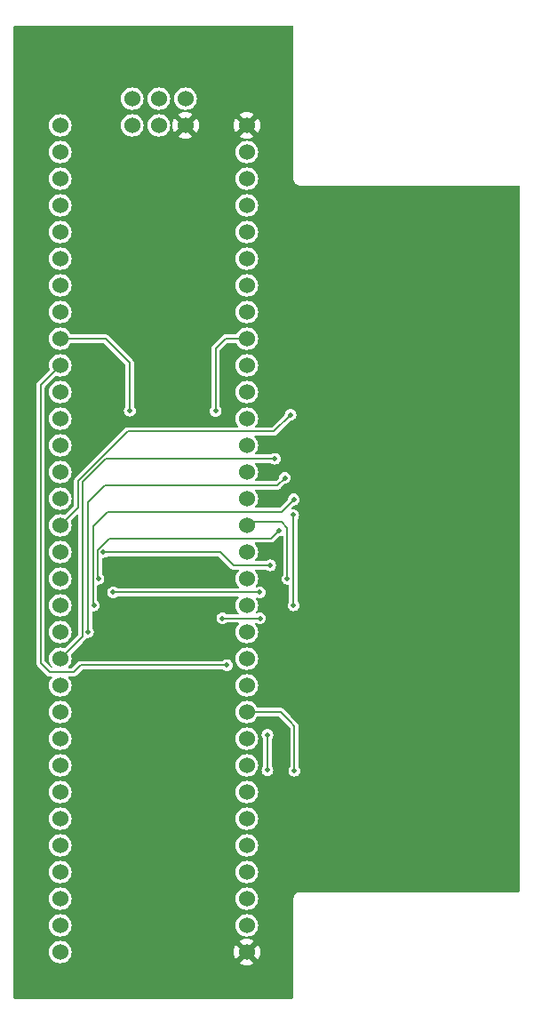
<source format=gbl>
%TF.GenerationSoftware,KiCad,Pcbnew,7.0.8*%
%TF.CreationDate,2023-12-20T10:37:58-05:00*%
%TF.ProjectId,gba-umd,6762612d-756d-4642-9e6b-696361645f70,rev?*%
%TF.SameCoordinates,PX7cc0090PY8eeaea0*%
%TF.FileFunction,Copper,L2,Bot*%
%TF.FilePolarity,Positive*%
%FSLAX46Y46*%
G04 Gerber Fmt 4.6, Leading zero omitted, Abs format (unit mm)*
G04 Created by KiCad (PCBNEW 7.0.8) date 2023-12-20 10:37:58*
%MOMM*%
%LPD*%
G01*
G04 APERTURE LIST*
%TA.AperFunction,ComponentPad*%
%ADD10C,1.524000*%
%TD*%
%TA.AperFunction,ViaPad*%
%ADD11C,0.508000*%
%TD*%
%TA.AperFunction,Conductor*%
%ADD12C,0.177800*%
%TD*%
G04 APERTURE END LIST*
D10*
%TO.P,CON102,1,+3.3V*%
%TO.N,+3V3*%
X5080000Y83820000D03*
%TO.P,CON102,2,SCL*%
%TO.N,/SCL*%
X5080000Y81280000D03*
%TO.P,CON102,3,SDA*%
%TO.N,/SDA*%
X5080000Y78740000D03*
%TO.P,CON102,4,MOSI/IO6*%
%TO.N,unconnected-(CON102A-MOSI{slash}IO6-Pad4)*%
X5080000Y76200000D03*
%TO.P,CON102,5,SCK/IO4*%
%TO.N,unconnected-(CON102A-SCK{slash}IO4-Pad5)*%
X5080000Y73660000D03*
%TO.P,CON102,6,TIMER*%
%TO.N,unconnected-(CON102A-TIMER-Pad6)*%
X5080000Y71120000D03*
%TO.P,CON102,7,A15*%
%TO.N,unconnected-(CON102A-A15-Pad7)*%
X5080000Y68580000D03*
%TO.P,CON102,8,A13*%
%TO.N,unconnected-(CON102A-A13-Pad8)*%
X5080000Y66040000D03*
%TO.P,CON102,9,A18*%
%TO.N,/A18*%
X5080000Y63500000D03*
%TO.P,CON102,10,A16*%
%TO.N,/A16*%
X5080000Y60960000D03*
%TO.P,CON102,11,~{WR}*%
%TO.N,/~{WR}*%
X5080000Y58420000D03*
%TO.P,CON102,12,A10*%
%TO.N,unconnected-(CON102A-A10-Pad12)*%
X5080000Y55880000D03*
%TO.P,CON102,13,A8*%
%TO.N,unconnected-(CON102A-A8-Pad13)*%
X5080000Y53340000D03*
%TO.P,CON102,14,D0*%
%TO.N,/AD0*%
X5080000Y50800000D03*
%TO.P,CON102,15,D14*%
%TO.N,/AD14*%
X5080000Y48260000D03*
%TO.P,CON102,16,D2*%
%TO.N,/AD2*%
X5080000Y45720000D03*
%TO.P,CON102,17,D12*%
%TO.N,/AD12*%
X5080000Y43180000D03*
%TO.P,CON102,18,D10*%
%TO.N,/AD10*%
X5080000Y40640000D03*
%TO.P,CON102,19,D8*%
%TO.N,/AD8*%
X5080000Y38100000D03*
%TO.P,CON102,20,D6*%
%TO.N,/AD6*%
X5080000Y35560000D03*
%TO.P,CON102,21,D4*%
%TO.N,/AD4*%
X5080000Y33020000D03*
%TO.P,CON102,22,IO0*%
%TO.N,unconnected-(CON102A-IO0-Pad22)*%
X5080000Y30480000D03*
%TO.P,CON102,23,IO2*%
%TO.N,unconnected-(CON102A-IO2-Pad23)*%
X5080000Y27940000D03*
%TO.P,CON102,24,~{CE0}*%
%TO.N,/~{AS}*%
X5080000Y25400000D03*
%TO.P,CON102,25,~{CE2}*%
%TO.N,unconnected-(CON102A-~{CE2}-Pad25)*%
X5080000Y22860000D03*
%TO.P,CON102,26,A5*%
%TO.N,unconnected-(CON102A-A5-Pad26)*%
X5080000Y20320000D03*
%TO.P,CON102,27,A3*%
%TO.N,unconnected-(CON102A-A3-Pad27)*%
X5080000Y17780000D03*
%TO.P,CON102,28,A1*%
%TO.N,unconnected-(CON102A-A1-Pad28)*%
X5080000Y15240000D03*
%TO.P,CON102,29,A22*%
%TO.N,/A22*%
X5080000Y12700000D03*
%TO.P,CON102,30,A20*%
%TO.N,/A20*%
X5080000Y10160000D03*
%TO.P,CON102,31,A19*%
%TO.N,/A19*%
X5080000Y7620000D03*
%TO.P,CON102,32,A23*%
%TO.N,/A23*%
X5080000Y5080000D03*
%TO.P,CON102,33,GND*%
%TO.N,GND*%
X22860000Y5080000D03*
%TO.P,CON102,34,+5V*%
%TO.N,unconnected-(CON102B-+5V-Pad34)*%
X22860000Y7620000D03*
%TO.P,CON102,35,A21*%
%TO.N,/A21*%
X22860000Y10160000D03*
%TO.P,CON102,36,A0*%
%TO.N,unconnected-(CON102B-A0-Pad36)*%
X22860000Y12700000D03*
%TO.P,CON102,37,A2*%
%TO.N,unconnected-(CON102B-A2-Pad37)*%
X22860000Y15240000D03*
%TO.P,CON102,38,A4*%
%TO.N,unconnected-(CON102B-A4-Pad38)*%
X22860000Y17780000D03*
%TO.P,CON102,39,~{CE3}*%
%TO.N,unconnected-(CON102B-~{CE3}-Pad39)*%
X22860000Y20320000D03*
%TO.P,CON102,40,~{CE1}*%
%TO.N,/~{SCS}*%
X22860000Y22860000D03*
%TO.P,CON102,41,A6*%
%TO.N,unconnected-(CON102B-A6-Pad41)*%
X22860000Y25400000D03*
%TO.P,CON102,42,IO3*%
%TO.N,/IRQ*%
X22860000Y27940000D03*
%TO.P,CON102,43,IO1*%
%TO.N,unconnected-(CON102B-IO1-Pad43)*%
X22860000Y30480000D03*
%TO.P,CON102,44,D5*%
%TO.N,/AD5*%
X22860000Y33020000D03*
%TO.P,CON102,45,D7*%
%TO.N,/AD7*%
X22860000Y35560000D03*
%TO.P,CON102,46,D9*%
%TO.N,/AD9*%
X22860000Y38100000D03*
%TO.P,CON102,47,D11*%
%TO.N,/AD11*%
X22860000Y40640000D03*
%TO.P,CON102,48,D3*%
%TO.N,/AD3*%
X22860000Y43180000D03*
%TO.P,CON102,49,D13*%
%TO.N,/AD13*%
X22860000Y45720000D03*
%TO.P,CON102,50,D15*%
%TO.N,/AD15*%
X22860000Y48260000D03*
%TO.P,CON102,51,D1*%
%TO.N,/AD1*%
X22860000Y50800000D03*
%TO.P,CON102,52,A7*%
%TO.N,unconnected-(CON102B-A7-Pad52)*%
X22860000Y53340000D03*
%TO.P,CON102,53,A9*%
%TO.N,unconnected-(CON102B-A9-Pad53)*%
X22860000Y55880000D03*
%TO.P,CON102,54,A11*%
%TO.N,unconnected-(CON102B-A11-Pad54)*%
X22860000Y58420000D03*
%TO.P,CON102,55,~{RD}*%
%TO.N,/~{RD}*%
X22860000Y60960000D03*
%TO.P,CON102,56,A17*%
%TO.N,/A17*%
X22860000Y63500000D03*
%TO.P,CON102,57,A12*%
%TO.N,unconnected-(CON102B-A12-Pad57)*%
X22860000Y66040000D03*
%TO.P,CON102,58,A14*%
%TO.N,unconnected-(CON102B-A14-Pad58)*%
X22860000Y68580000D03*
%TO.P,CON102,59,CLK*%
%TO.N,/CLK*%
X22860000Y71120000D03*
%TO.P,CON102,60,NSS/IO5*%
%TO.N,unconnected-(CON102B-NSS{slash}IO5-Pad60)*%
X22860000Y73660000D03*
%TO.P,CON102,61,MISO/IO7*%
%TO.N,unconnected-(CON102B-MISO{slash}IO7-Pad61)*%
X22860000Y76200000D03*
%TO.P,CON102,62,IO8*%
%TO.N,unconnected-(CON102B-IO8-Pad62)*%
X22860000Y78740000D03*
%TO.P,CON102,63,+5V*%
%TO.N,+5V*%
X22860000Y81280000D03*
%TO.P,CON102,64,GND*%
%TO.N,GND*%
X22860000Y83820000D03*
%TD*%
%TO.P,CON101,1,1*%
%TO.N,+3V3*%
X11938000Y83820000D03*
%TO.P,CON101,2,2*%
%TO.N,+5V*%
X11938000Y86360000D03*
%TO.P,CON101,3,3*%
%TO.N,/ID*%
X14478000Y83820000D03*
%TO.P,CON101,4,4*%
%TO.N,/CARTV*%
X14478000Y86360000D03*
%TO.P,CON101,5,5*%
%TO.N,GND*%
X17018000Y83820000D03*
%TO.P,CON101,6,6*%
%TO.N,+3V3*%
X17018000Y86360000D03*
%TD*%
D11*
%TO.N,GND*%
X7620000Y74930000D03*
X13970000Y72390000D03*
X20320000Y76200000D03*
X2540000Y91440000D03*
X2540000Y2540000D03*
X38100000Y76200000D03*
X38100000Y72390000D03*
X41910000Y72390000D03*
X45720000Y72390000D03*
X38100000Y12700000D03*
X38100000Y16510000D03*
X45720000Y16510000D03*
X41910000Y16510000D03*
X33655000Y20955000D03*
X27940000Y20955000D03*
X31115000Y19050000D03*
X45720000Y12700000D03*
X45720000Y76200000D03*
%TO.N,/A21*%
X24815800Y22402800D03*
X24815800Y25781000D03*
%TO.N,/IRQ*%
X27381200Y22352000D03*
%TO.N,/A18*%
X11709400Y56642000D03*
%TO.N,/A16*%
X20955000Y32410400D03*
%TO.N,/AD14*%
X10109200Y39344600D03*
X24079200Y39344600D03*
%TO.N,/AD2*%
X27025600Y56261000D03*
%TO.N,/AD12*%
X25069800Y41910000D03*
X9194800Y43180000D03*
%TO.N,/AD10*%
X8712200Y40640000D03*
X25933400Y45237400D03*
%TO.N,/AD8*%
X27330400Y48183800D03*
X8280400Y38100000D03*
%TO.N,/AD6*%
X26487980Y50249751D03*
X7721600Y35560000D03*
%TO.N,/AD4*%
X25527000Y52070000D03*
%TO.N,/AD9*%
X27279600Y46710600D03*
X27305000Y38100000D03*
%TO.N,/AD13*%
X26720800Y40640000D03*
%TO.N,/AD15*%
X20523200Y36855400D03*
X24104600Y36855400D03*
%TO.N,/A17*%
X19888200Y56616600D03*
%TD*%
D12*
%TO.N,/A21*%
X24815800Y25781000D02*
X24815800Y22402800D01*
%TO.N,/IRQ*%
X27381200Y26619200D02*
X27381200Y22352000D01*
X27000200Y27000200D02*
X27381200Y26619200D01*
X26060400Y27940000D02*
X27000200Y27000200D01*
X22860000Y27940000D02*
X26060400Y27940000D01*
%TO.N,/AD8*%
X8191500Y45631100D02*
X9550400Y46990000D01*
X8191500Y38188900D02*
X8191500Y45631100D01*
X9550400Y46990000D02*
X13335000Y46990000D01*
X8280400Y38100000D02*
X8191500Y38188900D01*
%TO.N,/AD10*%
X8636000Y40716200D02*
X8636000Y43357800D01*
X8712200Y40640000D02*
X8636000Y40716200D01*
X9753600Y44475400D02*
X8636000Y43357800D01*
%TO.N,/A18*%
X9398000Y63500000D02*
X5080000Y63500000D01*
X11709400Y61188600D02*
X9398000Y63500000D01*
X11709400Y56642000D02*
X11709400Y61188600D01*
%TO.N,/A16*%
X3200400Y59080400D02*
X5080000Y60960000D01*
X3200400Y32588200D02*
X3200400Y59080400D01*
X7035800Y32410400D02*
X6350000Y31724600D01*
X20955000Y32410400D02*
X7035800Y32410400D01*
X6350000Y31724600D02*
X4064000Y31724600D01*
X4064000Y31724600D02*
X3200400Y32588200D01*
%TO.N,/AD14*%
X24079200Y39344600D02*
X10109200Y39344600D01*
%TO.N,/AD2*%
X6794500Y49969394D02*
X6794500Y47434500D01*
X25425400Y54660800D02*
X11485906Y54660800D01*
X27025600Y56261000D02*
X25425400Y54660800D01*
X11485906Y54660800D02*
X6794500Y49969394D01*
X6794500Y47434500D02*
X5080000Y45720000D01*
%TO.N,/AD12*%
X25069800Y41910000D02*
X21666200Y41910000D01*
X9194800Y43180000D02*
X20294600Y43180000D01*
X20294600Y43180000D02*
X21564600Y41910000D01*
X21666200Y41910000D02*
X21564600Y41910000D01*
%TO.N,/AD10*%
X16510000Y44475400D02*
X9753600Y44475400D01*
X25171400Y44475400D02*
X24104600Y44475400D01*
X25933400Y45237400D02*
X25171400Y44475400D01*
X24104600Y44475400D02*
X16510000Y44475400D01*
X16510000Y44475400D02*
X12852400Y44475400D01*
%TO.N,/AD8*%
X13335000Y46990000D02*
X12496800Y46990000D01*
X27330400Y48183800D02*
X26136600Y46990000D01*
X26136600Y46990000D02*
X13335000Y46990000D01*
%TO.N,/AD6*%
X13690600Y49530000D02*
X25768229Y49530000D01*
X7721600Y35560000D02*
X7721600Y47955200D01*
X7721600Y47955200D02*
X9296400Y49530000D01*
X25768229Y49530000D02*
X26487980Y50249751D01*
X9296400Y49530000D02*
X13690600Y49530000D01*
%TO.N,/AD4*%
X7188200Y35128200D02*
X5080000Y33020000D01*
X25527000Y52070000D02*
X9398000Y52070000D01*
X9398000Y52070000D02*
X7188200Y49860200D01*
X7188200Y49860200D02*
X7188200Y35128200D01*
%TO.N,/AD9*%
X27279600Y38125400D02*
X27305000Y38100000D01*
X27279600Y46710600D02*
X27279600Y38125400D01*
%TO.N,/AD13*%
X23215600Y46075600D02*
X22860000Y45720000D01*
X26720800Y40640000D02*
X26720800Y45491400D01*
X26720800Y45491400D02*
X26136600Y46075600D01*
X26136600Y46075600D02*
X23215600Y46075600D01*
%TO.N,/AD15*%
X24104600Y36855400D02*
X20523200Y36855400D01*
%TO.N,/A17*%
X20802600Y63500000D02*
X22860000Y63500000D01*
X19888200Y62585600D02*
X20802600Y63500000D01*
X19888200Y56616600D02*
X19888200Y62585600D01*
%TD*%
%TA.AperFunction,Conductor*%
%TO.N,GND*%
G36*
X27273101Y93323935D02*
G01*
X27303165Y93271864D01*
X27304500Y93256600D01*
X27304500Y78808382D01*
X27302943Y78791912D01*
X27300713Y78780222D01*
X27304413Y78721401D01*
X27304500Y78718641D01*
X27304500Y78700017D01*
X27305199Y78694483D01*
X27306833Y78681539D01*
X27307093Y78678793D01*
X27310794Y78619976D01*
X27314474Y78608649D01*
X27318080Y78592513D01*
X27319573Y78580701D01*
X27341273Y78525893D01*
X27342201Y78523314D01*
X27360412Y78467268D01*
X27360412Y78467267D01*
X27366787Y78457222D01*
X27374298Y78442482D01*
X27378682Y78431410D01*
X27413323Y78383730D01*
X27414861Y78381467D01*
X27446447Y78331697D01*
X27446448Y78331696D01*
X27455121Y78323551D01*
X27466060Y78311143D01*
X27473053Y78301518D01*
X27473056Y78301516D01*
X27473058Y78301513D01*
X27518466Y78263949D01*
X27520530Y78262130D01*
X27563494Y78221783D01*
X27563496Y78221782D01*
X27563497Y78221781D01*
X27573922Y78216050D01*
X27587608Y78206750D01*
X27596776Y78199165D01*
X27650080Y78174082D01*
X27652541Y78172829D01*
X27704192Y78144433D01*
X27704194Y78144433D01*
X27704197Y78144431D01*
X27715727Y78141471D01*
X27731288Y78135869D01*
X27742059Y78130800D01*
X27799949Y78119757D01*
X27802612Y78119163D01*
X27859718Y78104500D01*
X27871618Y78104500D01*
X27888088Y78102943D01*
X27890351Y78102512D01*
X27899779Y78100713D01*
X27935646Y78102970D01*
X27958599Y78104413D01*
X27961359Y78104500D01*
X48806600Y78104500D01*
X48863101Y78083935D01*
X48893165Y78031864D01*
X48894500Y78016600D01*
X48894500Y10883400D01*
X48873935Y10826899D01*
X48821864Y10796835D01*
X48806600Y10795500D01*
X28008382Y10795500D01*
X27991912Y10797057D01*
X27980221Y10799287D01*
X27921401Y10795587D01*
X27918641Y10795500D01*
X27900017Y10795500D01*
X27897263Y10795153D01*
X27881536Y10793167D01*
X27878791Y10792907D01*
X27819977Y10789206D01*
X27819974Y10789206D01*
X27819973Y10789205D01*
X27811820Y10786557D01*
X27808645Y10785525D01*
X27792513Y10781920D01*
X27780704Y10780428D01*
X27780701Y10780427D01*
X27725915Y10758736D01*
X27723318Y10757801D01*
X27667270Y10739590D01*
X27667265Y10739588D01*
X27657214Y10733209D01*
X27642479Y10725702D01*
X27631413Y10721321D01*
X27631412Y10721321D01*
X27594833Y10694745D01*
X27583730Y10686678D01*
X27581460Y10685135D01*
X27531695Y10653552D01*
X27531692Y10653550D01*
X27523545Y10644874D01*
X27511142Y10633939D01*
X27501518Y10626947D01*
X27501512Y10626941D01*
X27463948Y10581536D01*
X27462123Y10579466D01*
X27421782Y10536506D01*
X27421779Y10536502D01*
X27416044Y10526070D01*
X27406751Y10512396D01*
X27399167Y10503229D01*
X27399165Y10503225D01*
X27374073Y10449905D01*
X27372820Y10447447D01*
X27344434Y10395812D01*
X27344430Y10395801D01*
X27341468Y10384268D01*
X27335869Y10368715D01*
X27330799Y10357942D01*
X27319756Y10300058D01*
X27319154Y10297365D01*
X27304500Y10240285D01*
X27304500Y10228382D01*
X27302943Y10211912D01*
X27300713Y10200222D01*
X27304413Y10141401D01*
X27304500Y10138641D01*
X27304500Y723400D01*
X27283935Y666899D01*
X27231864Y636835D01*
X27216600Y635500D01*
X723400Y635500D01*
X666899Y656065D01*
X636835Y708136D01*
X635500Y723400D01*
X635500Y5080000D01*
X4007536Y5080000D01*
X4028144Y4870767D01*
X4089170Y4669591D01*
X4089170Y4669590D01*
X4089171Y4669587D01*
X4089172Y4669586D01*
X4188279Y4484171D01*
X4321653Y4321653D01*
X4484171Y4188279D01*
X4669586Y4089172D01*
X4870773Y4028143D01*
X5080000Y4007536D01*
X5289227Y4028143D01*
X5490414Y4089172D01*
X5675829Y4188279D01*
X5838347Y4321653D01*
X5971721Y4484171D01*
X6070828Y4669586D01*
X6131857Y4870773D01*
X6152464Y5080000D01*
X21585149Y5080000D01*
X21604517Y4858623D01*
X21662031Y4643976D01*
X21755947Y4442574D01*
X21755950Y4442569D01*
X21800184Y4379397D01*
X22369193Y4948407D01*
X22393155Y4866799D01*
X22472131Y4743910D01*
X22582530Y4648248D01*
X22715408Y4587565D01*
X22725345Y4586137D01*
X22159395Y4020186D01*
X22222572Y3975948D01*
X22222574Y3975947D01*
X22423975Y3882032D01*
X22638622Y3824518D01*
X22860000Y3805150D01*
X23081377Y3824518D01*
X23296024Y3882032D01*
X23497419Y3975944D01*
X23497425Y3975948D01*
X23560603Y4020187D01*
X22994653Y4586137D01*
X23004592Y4587565D01*
X23137470Y4648248D01*
X23247869Y4743910D01*
X23326845Y4866799D01*
X23350806Y4948405D01*
X23919813Y4379397D01*
X23964052Y4442575D01*
X23964056Y4442581D01*
X24057968Y4643976D01*
X24115482Y4858623D01*
X24134850Y5080000D01*
X24115482Y5301378D01*
X24057968Y5516025D01*
X23964052Y5717426D01*
X23964046Y5717437D01*
X23919814Y5780606D01*
X23350805Y5211598D01*
X23326845Y5293201D01*
X23247869Y5416090D01*
X23137470Y5511752D01*
X23004592Y5572435D01*
X22994651Y5573865D01*
X23560603Y6139816D01*
X23497431Y6184050D01*
X23497426Y6184053D01*
X23296024Y6277969D01*
X23081377Y6335483D01*
X22860000Y6354851D01*
X22638622Y6335483D01*
X22423975Y6277969D01*
X22222582Y6184058D01*
X22222578Y6184055D01*
X22159395Y6139816D01*
X22725347Y5573864D01*
X22715408Y5572435D01*
X22582530Y5511752D01*
X22472131Y5416090D01*
X22393155Y5293201D01*
X22369193Y5211596D01*
X21800184Y5780605D01*
X21755945Y5717422D01*
X21755942Y5717418D01*
X21662031Y5516025D01*
X21604517Y5301378D01*
X21585149Y5080000D01*
X6152464Y5080000D01*
X6131857Y5289227D01*
X6070828Y5490414D01*
X5971721Y5675829D01*
X5838347Y5838347D01*
X5675829Y5971721D01*
X5490414Y6070828D01*
X5490413Y6070829D01*
X5490410Y6070830D01*
X5289233Y6131856D01*
X5289228Y6131857D01*
X5289227Y6131857D01*
X5080000Y6152464D01*
X4870773Y6131857D01*
X4870771Y6131857D01*
X4870766Y6131856D01*
X4669590Y6070830D01*
X4669589Y6070830D01*
X4484170Y5971721D01*
X4321655Y5838349D01*
X4321651Y5838345D01*
X4188279Y5675830D01*
X4089170Y5490411D01*
X4089170Y5490410D01*
X4028144Y5289234D01*
X4007536Y5080000D01*
X635500Y5080000D01*
X635500Y7620000D01*
X4007536Y7620000D01*
X4028144Y7410767D01*
X4089170Y7209591D01*
X4089170Y7209590D01*
X4089171Y7209587D01*
X4089172Y7209586D01*
X4188279Y7024171D01*
X4321653Y6861653D01*
X4484171Y6728279D01*
X4669586Y6629172D01*
X4870773Y6568143D01*
X5080000Y6547536D01*
X5289227Y6568143D01*
X5490414Y6629172D01*
X5675829Y6728279D01*
X5838347Y6861653D01*
X5971721Y7024171D01*
X6070828Y7209586D01*
X6131857Y7410773D01*
X6152464Y7620000D01*
X21787536Y7620000D01*
X21808144Y7410767D01*
X21869170Y7209591D01*
X21869170Y7209590D01*
X21869171Y7209587D01*
X21869172Y7209586D01*
X21968279Y7024171D01*
X22101653Y6861653D01*
X22264171Y6728279D01*
X22449586Y6629172D01*
X22650773Y6568143D01*
X22860000Y6547536D01*
X23069227Y6568143D01*
X23270414Y6629172D01*
X23455829Y6728279D01*
X23618347Y6861653D01*
X23751721Y7024171D01*
X23850828Y7209586D01*
X23911857Y7410773D01*
X23932464Y7620000D01*
X23911857Y7829227D01*
X23850828Y8030414D01*
X23751721Y8215829D01*
X23618347Y8378347D01*
X23455829Y8511721D01*
X23270414Y8610828D01*
X23270413Y8610829D01*
X23270410Y8610830D01*
X23069233Y8671856D01*
X23069228Y8671857D01*
X23069227Y8671857D01*
X22860000Y8692464D01*
X22650773Y8671857D01*
X22650771Y8671857D01*
X22650766Y8671856D01*
X22449590Y8610830D01*
X22449589Y8610830D01*
X22264170Y8511721D01*
X22101655Y8378349D01*
X22101651Y8378345D01*
X21968279Y8215830D01*
X21869170Y8030411D01*
X21869170Y8030410D01*
X21808144Y7829234D01*
X21787536Y7620000D01*
X6152464Y7620000D01*
X6131857Y7829227D01*
X6070828Y8030414D01*
X5971721Y8215829D01*
X5838347Y8378347D01*
X5675829Y8511721D01*
X5490414Y8610828D01*
X5490413Y8610829D01*
X5490410Y8610830D01*
X5289233Y8671856D01*
X5289228Y8671857D01*
X5289227Y8671857D01*
X5080000Y8692464D01*
X4870773Y8671857D01*
X4870771Y8671857D01*
X4870766Y8671856D01*
X4669590Y8610830D01*
X4669589Y8610830D01*
X4484170Y8511721D01*
X4321655Y8378349D01*
X4321651Y8378345D01*
X4188279Y8215830D01*
X4089170Y8030411D01*
X4089170Y8030410D01*
X4028144Y7829234D01*
X4007536Y7620000D01*
X635500Y7620000D01*
X635500Y10160000D01*
X4007536Y10160000D01*
X4027031Y9962059D01*
X4028144Y9950767D01*
X4089170Y9749591D01*
X4089170Y9749590D01*
X4089171Y9749587D01*
X4089172Y9749586D01*
X4188279Y9564171D01*
X4321653Y9401653D01*
X4484171Y9268279D01*
X4669586Y9169172D01*
X4870773Y9108143D01*
X5080000Y9087536D01*
X5289227Y9108143D01*
X5490414Y9169172D01*
X5675829Y9268279D01*
X5838347Y9401653D01*
X5971721Y9564171D01*
X6070828Y9749586D01*
X6131857Y9950773D01*
X6152464Y10160000D01*
X21787536Y10160000D01*
X21807031Y9962059D01*
X21808144Y9950767D01*
X21869170Y9749591D01*
X21869170Y9749590D01*
X21869171Y9749587D01*
X21869172Y9749586D01*
X21968279Y9564171D01*
X22101653Y9401653D01*
X22264171Y9268279D01*
X22449586Y9169172D01*
X22650773Y9108143D01*
X22860000Y9087536D01*
X23069227Y9108143D01*
X23270414Y9169172D01*
X23455829Y9268279D01*
X23618347Y9401653D01*
X23751721Y9564171D01*
X23850828Y9749586D01*
X23911857Y9950773D01*
X23932464Y10160000D01*
X23911857Y10369227D01*
X23850828Y10570414D01*
X23751721Y10755829D01*
X23618347Y10918347D01*
X23455829Y11051721D01*
X23270414Y11150828D01*
X23270413Y11150829D01*
X23270410Y11150830D01*
X23069233Y11211856D01*
X23069228Y11211857D01*
X23069227Y11211857D01*
X22860000Y11232464D01*
X22650773Y11211857D01*
X22650771Y11211857D01*
X22650766Y11211856D01*
X22449590Y11150830D01*
X22449589Y11150830D01*
X22264170Y11051721D01*
X22101655Y10918349D01*
X22101651Y10918345D01*
X21968279Y10755830D01*
X21869170Y10570411D01*
X21869170Y10570410D01*
X21808144Y10369234D01*
X21808143Y10369229D01*
X21808143Y10369227D01*
X21787536Y10160000D01*
X6152464Y10160000D01*
X6131857Y10369227D01*
X6070828Y10570414D01*
X5971721Y10755829D01*
X5838347Y10918347D01*
X5675829Y11051721D01*
X5490414Y11150828D01*
X5490413Y11150829D01*
X5490410Y11150830D01*
X5289233Y11211856D01*
X5289228Y11211857D01*
X5289227Y11211857D01*
X5080000Y11232464D01*
X4870773Y11211857D01*
X4870771Y11211857D01*
X4870766Y11211856D01*
X4669590Y11150830D01*
X4669589Y11150830D01*
X4484170Y11051721D01*
X4321655Y10918349D01*
X4321651Y10918345D01*
X4188279Y10755830D01*
X4089170Y10570411D01*
X4089170Y10570410D01*
X4028144Y10369234D01*
X4028143Y10369229D01*
X4028143Y10369227D01*
X4007536Y10160000D01*
X635500Y10160000D01*
X635500Y12700000D01*
X4007536Y12700000D01*
X4028144Y12490767D01*
X4089170Y12289591D01*
X4089170Y12289590D01*
X4089171Y12289587D01*
X4089172Y12289586D01*
X4188279Y12104171D01*
X4321653Y11941653D01*
X4484171Y11808279D01*
X4669586Y11709172D01*
X4870773Y11648143D01*
X5080000Y11627536D01*
X5289227Y11648143D01*
X5490414Y11709172D01*
X5675829Y11808279D01*
X5838347Y11941653D01*
X5971721Y12104171D01*
X6070828Y12289586D01*
X6131857Y12490773D01*
X6152464Y12700000D01*
X21787536Y12700000D01*
X21808144Y12490767D01*
X21869170Y12289591D01*
X21869170Y12289590D01*
X21869171Y12289587D01*
X21869172Y12289586D01*
X21968279Y12104171D01*
X22101653Y11941653D01*
X22264171Y11808279D01*
X22449586Y11709172D01*
X22650773Y11648143D01*
X22860000Y11627536D01*
X23069227Y11648143D01*
X23270414Y11709172D01*
X23455829Y11808279D01*
X23618347Y11941653D01*
X23751721Y12104171D01*
X23850828Y12289586D01*
X23911857Y12490773D01*
X23932464Y12700000D01*
X23911857Y12909227D01*
X23850828Y13110414D01*
X23751721Y13295829D01*
X23618347Y13458347D01*
X23455829Y13591721D01*
X23270414Y13690828D01*
X23270413Y13690829D01*
X23270410Y13690830D01*
X23069233Y13751856D01*
X23069228Y13751857D01*
X23069227Y13751857D01*
X22860000Y13772464D01*
X22650773Y13751857D01*
X22650771Y13751857D01*
X22650766Y13751856D01*
X22449590Y13690830D01*
X22449589Y13690830D01*
X22264170Y13591721D01*
X22101655Y13458349D01*
X22101651Y13458345D01*
X21968279Y13295830D01*
X21869170Y13110411D01*
X21869170Y13110410D01*
X21808144Y12909234D01*
X21787536Y12700000D01*
X6152464Y12700000D01*
X6131857Y12909227D01*
X6070828Y13110414D01*
X5971721Y13295829D01*
X5838347Y13458347D01*
X5675829Y13591721D01*
X5490414Y13690828D01*
X5490413Y13690829D01*
X5490410Y13690830D01*
X5289233Y13751856D01*
X5289228Y13751857D01*
X5289227Y13751857D01*
X5080000Y13772464D01*
X4870773Y13751857D01*
X4870771Y13751857D01*
X4870766Y13751856D01*
X4669590Y13690830D01*
X4669589Y13690830D01*
X4484170Y13591721D01*
X4321655Y13458349D01*
X4321651Y13458345D01*
X4188279Y13295830D01*
X4089170Y13110411D01*
X4089170Y13110410D01*
X4028144Y12909234D01*
X4007536Y12700000D01*
X635500Y12700000D01*
X635500Y15240000D01*
X4007536Y15240000D01*
X4028144Y15030767D01*
X4089170Y14829591D01*
X4089170Y14829590D01*
X4089171Y14829587D01*
X4089172Y14829586D01*
X4188279Y14644171D01*
X4321653Y14481653D01*
X4484171Y14348279D01*
X4669586Y14249172D01*
X4870773Y14188143D01*
X5080000Y14167536D01*
X5289227Y14188143D01*
X5490414Y14249172D01*
X5675829Y14348279D01*
X5838347Y14481653D01*
X5971721Y14644171D01*
X6070828Y14829586D01*
X6131857Y15030773D01*
X6152464Y15240000D01*
X21787536Y15240000D01*
X21808144Y15030767D01*
X21869170Y14829591D01*
X21869170Y14829590D01*
X21869171Y14829587D01*
X21869172Y14829586D01*
X21968279Y14644171D01*
X22101653Y14481653D01*
X22264171Y14348279D01*
X22449586Y14249172D01*
X22650773Y14188143D01*
X22860000Y14167536D01*
X23069227Y14188143D01*
X23270414Y14249172D01*
X23455829Y14348279D01*
X23618347Y14481653D01*
X23751721Y14644171D01*
X23850828Y14829586D01*
X23911857Y15030773D01*
X23932464Y15240000D01*
X23911857Y15449227D01*
X23850828Y15650414D01*
X23751721Y15835829D01*
X23618347Y15998347D01*
X23455829Y16131721D01*
X23270414Y16230828D01*
X23270413Y16230829D01*
X23270410Y16230830D01*
X23069233Y16291856D01*
X23069228Y16291857D01*
X23069227Y16291857D01*
X22860000Y16312464D01*
X22650773Y16291857D01*
X22650771Y16291857D01*
X22650766Y16291856D01*
X22449590Y16230830D01*
X22449589Y16230830D01*
X22264170Y16131721D01*
X22101655Y15998349D01*
X22101651Y15998345D01*
X21968279Y15835830D01*
X21869170Y15650411D01*
X21869170Y15650410D01*
X21808144Y15449234D01*
X21787536Y15240000D01*
X6152464Y15240000D01*
X6131857Y15449227D01*
X6070828Y15650414D01*
X5971721Y15835829D01*
X5838347Y15998347D01*
X5675829Y16131721D01*
X5490414Y16230828D01*
X5490413Y16230829D01*
X5490410Y16230830D01*
X5289233Y16291856D01*
X5289228Y16291857D01*
X5289227Y16291857D01*
X5080000Y16312464D01*
X4870773Y16291857D01*
X4870771Y16291857D01*
X4870766Y16291856D01*
X4669590Y16230830D01*
X4669589Y16230830D01*
X4484170Y16131721D01*
X4321655Y15998349D01*
X4321651Y15998345D01*
X4188279Y15835830D01*
X4089170Y15650411D01*
X4089170Y15650410D01*
X4028144Y15449234D01*
X4007536Y15240000D01*
X635500Y15240000D01*
X635500Y17780000D01*
X4007536Y17780000D01*
X4028144Y17570767D01*
X4089170Y17369591D01*
X4089170Y17369590D01*
X4089171Y17369587D01*
X4089172Y17369586D01*
X4188279Y17184171D01*
X4321653Y17021653D01*
X4484171Y16888279D01*
X4669586Y16789172D01*
X4870773Y16728143D01*
X5080000Y16707536D01*
X5289227Y16728143D01*
X5490414Y16789172D01*
X5675829Y16888279D01*
X5838347Y17021653D01*
X5971721Y17184171D01*
X6070828Y17369586D01*
X6131857Y17570773D01*
X6152464Y17780000D01*
X21787536Y17780000D01*
X21808144Y17570767D01*
X21869170Y17369591D01*
X21869170Y17369590D01*
X21869171Y17369587D01*
X21869172Y17369586D01*
X21968279Y17184171D01*
X22101653Y17021653D01*
X22264171Y16888279D01*
X22449586Y16789172D01*
X22650773Y16728143D01*
X22860000Y16707536D01*
X23069227Y16728143D01*
X23270414Y16789172D01*
X23455829Y16888279D01*
X23618347Y17021653D01*
X23751721Y17184171D01*
X23850828Y17369586D01*
X23911857Y17570773D01*
X23932464Y17780000D01*
X23911857Y17989227D01*
X23850828Y18190414D01*
X23751721Y18375829D01*
X23618347Y18538347D01*
X23455829Y18671721D01*
X23270414Y18770828D01*
X23270413Y18770829D01*
X23270410Y18770830D01*
X23069233Y18831856D01*
X23069228Y18831857D01*
X23069227Y18831857D01*
X22860000Y18852464D01*
X22650773Y18831857D01*
X22650771Y18831857D01*
X22650766Y18831856D01*
X22449590Y18770830D01*
X22449589Y18770830D01*
X22264170Y18671721D01*
X22101655Y18538349D01*
X22101651Y18538345D01*
X21968279Y18375830D01*
X21869170Y18190411D01*
X21869170Y18190410D01*
X21808144Y17989234D01*
X21787536Y17780000D01*
X6152464Y17780000D01*
X6131857Y17989227D01*
X6070828Y18190414D01*
X5971721Y18375829D01*
X5838347Y18538347D01*
X5675829Y18671721D01*
X5490414Y18770828D01*
X5490413Y18770829D01*
X5490410Y18770830D01*
X5289233Y18831856D01*
X5289228Y18831857D01*
X5289227Y18831857D01*
X5080000Y18852464D01*
X4870773Y18831857D01*
X4870771Y18831857D01*
X4870766Y18831856D01*
X4669590Y18770830D01*
X4669589Y18770830D01*
X4484170Y18671721D01*
X4321655Y18538349D01*
X4321651Y18538345D01*
X4188279Y18375830D01*
X4089170Y18190411D01*
X4089170Y18190410D01*
X4028144Y17989234D01*
X4007536Y17780000D01*
X635500Y17780000D01*
X635500Y20320000D01*
X4007536Y20320000D01*
X4028144Y20110767D01*
X4089170Y19909591D01*
X4089170Y19909590D01*
X4089171Y19909587D01*
X4089172Y19909586D01*
X4188279Y19724171D01*
X4321653Y19561653D01*
X4484171Y19428279D01*
X4669586Y19329172D01*
X4870773Y19268143D01*
X5080000Y19247536D01*
X5289227Y19268143D01*
X5490414Y19329172D01*
X5675829Y19428279D01*
X5838347Y19561653D01*
X5971721Y19724171D01*
X6070828Y19909586D01*
X6131857Y20110773D01*
X6152464Y20320000D01*
X21787536Y20320000D01*
X21808144Y20110767D01*
X21869170Y19909591D01*
X21869170Y19909590D01*
X21869171Y19909587D01*
X21869172Y19909586D01*
X21968279Y19724171D01*
X22101653Y19561653D01*
X22264171Y19428279D01*
X22449586Y19329172D01*
X22650773Y19268143D01*
X22860000Y19247536D01*
X23069227Y19268143D01*
X23270414Y19329172D01*
X23455829Y19428279D01*
X23618347Y19561653D01*
X23751721Y19724171D01*
X23850828Y19909586D01*
X23911857Y20110773D01*
X23932464Y20320000D01*
X23911857Y20529227D01*
X23850828Y20730414D01*
X23751721Y20915829D01*
X23618347Y21078347D01*
X23455829Y21211721D01*
X23270414Y21310828D01*
X23270413Y21310829D01*
X23270410Y21310830D01*
X23069233Y21371856D01*
X23069228Y21371857D01*
X23069227Y21371857D01*
X22860000Y21392464D01*
X22650773Y21371857D01*
X22650771Y21371857D01*
X22650766Y21371856D01*
X22449590Y21310830D01*
X22449589Y21310830D01*
X22264170Y21211721D01*
X22101655Y21078349D01*
X22101651Y21078345D01*
X21968279Y20915830D01*
X21869170Y20730411D01*
X21869170Y20730410D01*
X21808144Y20529234D01*
X21787536Y20320000D01*
X6152464Y20320000D01*
X6131857Y20529227D01*
X6070828Y20730414D01*
X5971721Y20915829D01*
X5838347Y21078347D01*
X5675829Y21211721D01*
X5490414Y21310828D01*
X5490413Y21310829D01*
X5490410Y21310830D01*
X5289233Y21371856D01*
X5289228Y21371857D01*
X5289227Y21371857D01*
X5080000Y21392464D01*
X4870773Y21371857D01*
X4870771Y21371857D01*
X4870766Y21371856D01*
X4669590Y21310830D01*
X4669589Y21310830D01*
X4484170Y21211721D01*
X4321655Y21078349D01*
X4321651Y21078345D01*
X4188279Y20915830D01*
X4089170Y20730411D01*
X4089170Y20730410D01*
X4028144Y20529234D01*
X4007536Y20320000D01*
X635500Y20320000D01*
X635500Y22860000D01*
X4007536Y22860000D01*
X4024785Y22684863D01*
X4028144Y22650767D01*
X4089170Y22449591D01*
X4089170Y22449590D01*
X4089171Y22449587D01*
X4089172Y22449586D01*
X4188279Y22264171D01*
X4321653Y22101653D01*
X4484171Y21968279D01*
X4669586Y21869172D01*
X4669588Y21869172D01*
X4669589Y21869171D01*
X4688422Y21863458D01*
X4870773Y21808143D01*
X5080000Y21787536D01*
X5289227Y21808143D01*
X5490414Y21869172D01*
X5675829Y21968279D01*
X5838347Y22101653D01*
X5971721Y22264171D01*
X6070828Y22449586D01*
X6131857Y22650773D01*
X6152464Y22860000D01*
X21787536Y22860000D01*
X21804785Y22684863D01*
X21808144Y22650767D01*
X21869170Y22449591D01*
X21869170Y22449590D01*
X21869171Y22449587D01*
X21869172Y22449586D01*
X21968279Y22264171D01*
X22101653Y22101653D01*
X22264171Y21968279D01*
X22449586Y21869172D01*
X22449588Y21869172D01*
X22449589Y21869171D01*
X22468422Y21863458D01*
X22650773Y21808143D01*
X22860000Y21787536D01*
X23069227Y21808143D01*
X23270414Y21869172D01*
X23455829Y21968279D01*
X23618347Y22101653D01*
X23751721Y22264171D01*
X23825820Y22402800D01*
X24251674Y22402800D01*
X24270896Y22256793D01*
X24327253Y22120737D01*
X24327257Y22120730D01*
X24416897Y22003910D01*
X24416899Y22003908D01*
X24416903Y22003903D01*
X24416907Y22003900D01*
X24416909Y22003898D01*
X24533729Y21914258D01*
X24533734Y21914255D01*
X24533737Y21914253D01*
X24669793Y21857896D01*
X24815800Y21838674D01*
X24961807Y21857896D01*
X25097863Y21914253D01*
X25214697Y22003903D01*
X25289703Y22101652D01*
X25304342Y22120730D01*
X25304343Y22120732D01*
X25304347Y22120737D01*
X25360704Y22256793D01*
X25379926Y22402800D01*
X25360704Y22548807D01*
X25304347Y22684863D01*
X25228164Y22784147D01*
X25210000Y22837657D01*
X25210000Y25346145D01*
X25228164Y25399654D01*
X25304347Y25498937D01*
X25360704Y25634993D01*
X25379926Y25781000D01*
X25360704Y25927007D01*
X25304347Y26063063D01*
X25304345Y26063066D01*
X25304342Y26063071D01*
X25214702Y26179891D01*
X25214700Y26179893D01*
X25214697Y26179897D01*
X25214692Y26179901D01*
X25214690Y26179903D01*
X25097870Y26269543D01*
X25097863Y26269547D01*
X24961807Y26325904D01*
X24815800Y26345126D01*
X24669792Y26325904D01*
X24533736Y26269547D01*
X24533729Y26269543D01*
X24416909Y26179903D01*
X24416897Y26179891D01*
X24327257Y26063071D01*
X24327253Y26063064D01*
X24270896Y25927008D01*
X24251674Y25781001D01*
X24251674Y25781000D01*
X24270896Y25634993D01*
X24327253Y25498937D01*
X24327254Y25498935D01*
X24355478Y25462154D01*
X24403435Y25399654D01*
X24421600Y25346145D01*
X24421600Y22837657D01*
X24403436Y22784147D01*
X24327254Y22684865D01*
X24327253Y22684864D01*
X24270896Y22548808D01*
X24251674Y22402801D01*
X24251674Y22402800D01*
X23825820Y22402800D01*
X23850828Y22449586D01*
X23911857Y22650773D01*
X23932464Y22860000D01*
X23911857Y23069227D01*
X23850828Y23270414D01*
X23751721Y23455829D01*
X23618347Y23618347D01*
X23455829Y23751721D01*
X23270414Y23850828D01*
X23270413Y23850829D01*
X23270410Y23850830D01*
X23069233Y23911856D01*
X23069228Y23911857D01*
X23069227Y23911857D01*
X22860000Y23932464D01*
X22650773Y23911857D01*
X22650771Y23911857D01*
X22650766Y23911856D01*
X22449590Y23850830D01*
X22449589Y23850830D01*
X22264170Y23751721D01*
X22101655Y23618349D01*
X22101651Y23618345D01*
X21968279Y23455830D01*
X21869170Y23270411D01*
X21869170Y23270410D01*
X21808144Y23069234D01*
X21808143Y23069229D01*
X21808143Y23069227D01*
X21787536Y22860000D01*
X6152464Y22860000D01*
X6131857Y23069227D01*
X6070828Y23270414D01*
X5971721Y23455829D01*
X5838347Y23618347D01*
X5675829Y23751721D01*
X5490414Y23850828D01*
X5490413Y23850829D01*
X5490410Y23850830D01*
X5289233Y23911856D01*
X5289228Y23911857D01*
X5289227Y23911857D01*
X5080000Y23932464D01*
X4870773Y23911857D01*
X4870771Y23911857D01*
X4870766Y23911856D01*
X4669590Y23850830D01*
X4669589Y23850830D01*
X4484170Y23751721D01*
X4321655Y23618349D01*
X4321651Y23618345D01*
X4188279Y23455830D01*
X4089170Y23270411D01*
X4089170Y23270410D01*
X4028144Y23069234D01*
X4028143Y23069229D01*
X4028143Y23069227D01*
X4007536Y22860000D01*
X635500Y22860000D01*
X635500Y25400000D01*
X4007536Y25400000D01*
X4028144Y25190767D01*
X4089170Y24989591D01*
X4089170Y24989590D01*
X4089171Y24989587D01*
X4089172Y24989586D01*
X4188279Y24804171D01*
X4321653Y24641653D01*
X4484171Y24508279D01*
X4669586Y24409172D01*
X4870773Y24348143D01*
X5080000Y24327536D01*
X5289227Y24348143D01*
X5490414Y24409172D01*
X5675829Y24508279D01*
X5838347Y24641653D01*
X5971721Y24804171D01*
X6070828Y24989586D01*
X6131857Y25190773D01*
X6152464Y25400000D01*
X21787536Y25400000D01*
X21808144Y25190767D01*
X21869170Y24989591D01*
X21869170Y24989590D01*
X21869171Y24989587D01*
X21869172Y24989586D01*
X21968279Y24804171D01*
X22101653Y24641653D01*
X22264171Y24508279D01*
X22449586Y24409172D01*
X22650773Y24348143D01*
X22860000Y24327536D01*
X23069227Y24348143D01*
X23270414Y24409172D01*
X23455829Y24508279D01*
X23618347Y24641653D01*
X23751721Y24804171D01*
X23850828Y24989586D01*
X23911857Y25190773D01*
X23932464Y25400000D01*
X23911857Y25609227D01*
X23850828Y25810414D01*
X23751721Y25995829D01*
X23618347Y26158347D01*
X23455829Y26291721D01*
X23270414Y26390828D01*
X23270413Y26390829D01*
X23270410Y26390830D01*
X23069233Y26451856D01*
X23069228Y26451857D01*
X23069227Y26451857D01*
X22860000Y26472464D01*
X22650773Y26451857D01*
X22650771Y26451857D01*
X22650766Y26451856D01*
X22449590Y26390830D01*
X22449589Y26390830D01*
X22264170Y26291721D01*
X22101655Y26158349D01*
X22101651Y26158345D01*
X21968279Y25995830D01*
X21869170Y25810411D01*
X21869170Y25810410D01*
X21808144Y25609234D01*
X21808143Y25609229D01*
X21808143Y25609227D01*
X21797280Y25498935D01*
X21787536Y25400000D01*
X6152464Y25400000D01*
X6131857Y25609227D01*
X6070828Y25810414D01*
X5971721Y25995829D01*
X5838347Y26158347D01*
X5675829Y26291721D01*
X5490414Y26390828D01*
X5490413Y26390829D01*
X5490410Y26390830D01*
X5289233Y26451856D01*
X5289228Y26451857D01*
X5289227Y26451857D01*
X5080000Y26472464D01*
X4870773Y26451857D01*
X4870771Y26451857D01*
X4870766Y26451856D01*
X4669590Y26390830D01*
X4669589Y26390830D01*
X4484170Y26291721D01*
X4321655Y26158349D01*
X4321651Y26158345D01*
X4188279Y25995830D01*
X4089170Y25810411D01*
X4089170Y25810410D01*
X4028144Y25609234D01*
X4028143Y25609229D01*
X4028143Y25609227D01*
X4017280Y25498935D01*
X4007536Y25400000D01*
X635500Y25400000D01*
X635500Y27940000D01*
X4007536Y27940000D01*
X4028144Y27730767D01*
X4089170Y27529591D01*
X4089170Y27529590D01*
X4089171Y27529587D01*
X4089172Y27529586D01*
X4188279Y27344171D01*
X4321653Y27181653D01*
X4484171Y27048279D01*
X4669586Y26949172D01*
X4870773Y26888143D01*
X5080000Y26867536D01*
X5289227Y26888143D01*
X5490414Y26949172D01*
X5675829Y27048279D01*
X5838347Y27181653D01*
X5971721Y27344171D01*
X6070828Y27529586D01*
X6131857Y27730773D01*
X6152464Y27940000D01*
X21787536Y27940000D01*
X21808144Y27730767D01*
X21869170Y27529591D01*
X21869170Y27529590D01*
X21869171Y27529587D01*
X21869172Y27529586D01*
X21968279Y27344171D01*
X22101653Y27181653D01*
X22264171Y27048279D01*
X22449586Y26949172D01*
X22650773Y26888143D01*
X22860000Y26867536D01*
X23069227Y26888143D01*
X23270414Y26949172D01*
X23455829Y27048279D01*
X23618347Y27181653D01*
X23751721Y27344171D01*
X23834659Y27499336D01*
X23879430Y27539471D01*
X23912180Y27545800D01*
X25860707Y27545800D01*
X25917208Y27525235D01*
X25922862Y27520055D01*
X26961255Y26481662D01*
X26986666Y26427168D01*
X26987000Y26419507D01*
X26987000Y22786857D01*
X26968836Y22733347D01*
X26892654Y22634065D01*
X26892653Y22634064D01*
X26836296Y22498008D01*
X26817074Y22352001D01*
X26817074Y22352000D01*
X26836296Y22205993D01*
X26892653Y22069937D01*
X26892657Y22069930D01*
X26982297Y21953110D01*
X26982299Y21953108D01*
X26982303Y21953103D01*
X26982307Y21953100D01*
X26982309Y21953098D01*
X27099129Y21863458D01*
X27099134Y21863455D01*
X27099137Y21863453D01*
X27235193Y21807096D01*
X27381200Y21787874D01*
X27527207Y21807096D01*
X27663263Y21863453D01*
X27670717Y21869172D01*
X27780090Y21953098D01*
X27780097Y21953103D01*
X27869747Y22069937D01*
X27926104Y22205993D01*
X27945326Y22352000D01*
X27926104Y22498007D01*
X27869747Y22634063D01*
X27793564Y22733347D01*
X27775400Y22786857D01*
X27775400Y26681637D01*
X27767832Y26704927D01*
X27764611Y26718342D01*
X27760780Y26742531D01*
X27760780Y26742532D01*
X27760780Y26742533D01*
X27749657Y26764362D01*
X27744381Y26777103D01*
X27736815Y26800390D01*
X27736814Y26800392D01*
X27722416Y26820210D01*
X27715212Y26831966D01*
X27712917Y26836468D01*
X27704090Y26853793D01*
X27615793Y26942090D01*
X27257003Y27300880D01*
X27012083Y27545800D01*
X26317204Y28240680D01*
X26294992Y28262891D01*
X26284946Y28268010D01*
X26273165Y28274013D01*
X26261414Y28281214D01*
X26241594Y28295613D01*
X26218293Y28303185D01*
X26205558Y28308460D01*
X26183734Y28319580D01*
X26180107Y28320155D01*
X26159526Y28323415D01*
X26146135Y28326630D01*
X26122835Y28334200D01*
X26122834Y28334200D01*
X23912180Y28334200D01*
X23855679Y28354765D01*
X23834659Y28380664D01*
X23751720Y28535830D01*
X23618347Y28698347D01*
X23455829Y28831721D01*
X23270414Y28930828D01*
X23270413Y28930829D01*
X23270410Y28930830D01*
X23069233Y28991856D01*
X23069228Y28991857D01*
X23069227Y28991857D01*
X22860000Y29012464D01*
X22650773Y28991857D01*
X22650771Y28991857D01*
X22650766Y28991856D01*
X22449590Y28930830D01*
X22449589Y28930830D01*
X22264170Y28831721D01*
X22101655Y28698349D01*
X22101651Y28698345D01*
X21968279Y28535830D01*
X21869170Y28350411D01*
X21869170Y28350410D01*
X21808144Y28149234D01*
X21787536Y27940000D01*
X6152464Y27940000D01*
X6131857Y28149227D01*
X6070828Y28350414D01*
X5971721Y28535829D01*
X5838347Y28698347D01*
X5675829Y28831721D01*
X5490414Y28930828D01*
X5490413Y28930829D01*
X5490410Y28930830D01*
X5289233Y28991856D01*
X5289228Y28991857D01*
X5289227Y28991857D01*
X5080000Y29012464D01*
X4870773Y28991857D01*
X4870771Y28991857D01*
X4870766Y28991856D01*
X4669590Y28930830D01*
X4669589Y28930830D01*
X4484170Y28831721D01*
X4321655Y28698349D01*
X4321651Y28698345D01*
X4188279Y28535830D01*
X4089170Y28350411D01*
X4089170Y28350410D01*
X4028144Y28149234D01*
X4007536Y27940000D01*
X635500Y27940000D01*
X635500Y32525765D01*
X2806200Y32525765D01*
X2813770Y32502465D01*
X2816985Y32489074D01*
X2820245Y32468493D01*
X2820820Y32464866D01*
X2831940Y32443042D01*
X2837215Y32430307D01*
X2844787Y32407007D01*
X2844787Y32407005D01*
X2859186Y32387186D01*
X2866387Y32375435D01*
X2877509Y32353609D01*
X2877509Y32353608D01*
X2899720Y32331396D01*
X3365620Y31865497D01*
X3741110Y31490007D01*
X3829407Y31401710D01*
X3846732Y31392883D01*
X3851234Y31390588D01*
X3862987Y31383386D01*
X3882806Y31368987D01*
X3906100Y31361419D01*
X3918837Y31356143D01*
X3940667Y31345020D01*
X3964860Y31341189D01*
X3978267Y31337970D01*
X4001565Y31330400D01*
X4032974Y31330400D01*
X4211351Y31330400D01*
X4267852Y31309835D01*
X4297916Y31257764D01*
X4287475Y31198550D01*
X4279303Y31186744D01*
X4231924Y31129012D01*
X4188279Y31075830D01*
X4089170Y30890411D01*
X4089170Y30890410D01*
X4028144Y30689234D01*
X4007536Y30480000D01*
X4028144Y30270767D01*
X4089170Y30069591D01*
X4089170Y30069590D01*
X4089171Y30069587D01*
X4089172Y30069586D01*
X4188279Y29884171D01*
X4321653Y29721653D01*
X4484171Y29588279D01*
X4669586Y29489172D01*
X4870773Y29428143D01*
X5080000Y29407536D01*
X5289227Y29428143D01*
X5490414Y29489172D01*
X5675829Y29588279D01*
X5838347Y29721653D01*
X5971721Y29884171D01*
X6070828Y30069586D01*
X6131857Y30270773D01*
X6152464Y30480000D01*
X21787536Y30480000D01*
X21808144Y30270767D01*
X21869170Y30069591D01*
X21869170Y30069590D01*
X21869171Y30069587D01*
X21869172Y30069586D01*
X21968279Y29884171D01*
X22101653Y29721653D01*
X22264171Y29588279D01*
X22449586Y29489172D01*
X22650773Y29428143D01*
X22860000Y29407536D01*
X23069227Y29428143D01*
X23270414Y29489172D01*
X23455829Y29588279D01*
X23618347Y29721653D01*
X23751721Y29884171D01*
X23850828Y30069586D01*
X23911857Y30270773D01*
X23932464Y30480000D01*
X23911857Y30689227D01*
X23850828Y30890414D01*
X23751721Y31075829D01*
X23618347Y31238347D01*
X23455829Y31371721D01*
X23270414Y31470828D01*
X23270413Y31470829D01*
X23270410Y31470830D01*
X23069233Y31531856D01*
X23069228Y31531857D01*
X23069227Y31531857D01*
X22860000Y31552464D01*
X22650773Y31531857D01*
X22650771Y31531857D01*
X22650766Y31531856D01*
X22449590Y31470830D01*
X22449589Y31470830D01*
X22264170Y31371721D01*
X22101655Y31238349D01*
X22101651Y31238345D01*
X21968279Y31075830D01*
X21869170Y30890411D01*
X21869170Y30890410D01*
X21808144Y30689234D01*
X21787536Y30480000D01*
X6152464Y30480000D01*
X6131857Y30689227D01*
X6070828Y30890414D01*
X5971721Y31075829D01*
X5880700Y31186739D01*
X5860754Y31243459D01*
X5881934Y31299732D01*
X5934331Y31329226D01*
X5948649Y31330400D01*
X6412434Y31330400D01*
X6412435Y31330400D01*
X6435729Y31337970D01*
X6449138Y31341189D01*
X6473333Y31345020D01*
X6495159Y31356142D01*
X6507897Y31361418D01*
X6531194Y31368987D01*
X6551015Y31383389D01*
X6562761Y31390587D01*
X6584593Y31401710D01*
X6672890Y31490007D01*
X7173338Y31990455D01*
X7227832Y32015866D01*
X7235493Y32016200D01*
X20520144Y32016200D01*
X20573653Y31998037D01*
X20672937Y31921853D01*
X20808993Y31865496D01*
X20955000Y31846274D01*
X21101007Y31865496D01*
X21237063Y31921853D01*
X21353897Y32011503D01*
X21436229Y32118800D01*
X21443542Y32128330D01*
X21443543Y32128332D01*
X21443547Y32128337D01*
X21499904Y32264393D01*
X21519126Y32410400D01*
X21499904Y32556407D01*
X21443547Y32692463D01*
X21443545Y32692466D01*
X21443542Y32692471D01*
X21353902Y32809291D01*
X21353900Y32809293D01*
X21353897Y32809297D01*
X21353892Y32809301D01*
X21353890Y32809303D01*
X21237070Y32898943D01*
X21237063Y32898947D01*
X21101007Y32955304D01*
X20955000Y32974526D01*
X20808992Y32955304D01*
X20672936Y32898947D01*
X20672935Y32898946D01*
X20573654Y32822764D01*
X20520144Y32804600D01*
X6973361Y32804600D01*
X6950064Y32797031D01*
X6936660Y32793813D01*
X6912466Y32789981D01*
X6912465Y32789980D01*
X6890638Y32778859D01*
X6877900Y32773583D01*
X6854606Y32766014D01*
X6834786Y32751615D01*
X6823034Y32744413D01*
X6801206Y32733290D01*
X6212462Y32144545D01*
X6157968Y32119134D01*
X6150307Y32118800D01*
X5906959Y32118800D01*
X5850458Y32139365D01*
X5820394Y32191436D01*
X5830835Y32250650D01*
X5839006Y32262458D01*
X5971721Y32424171D01*
X6070828Y32609586D01*
X6131857Y32810773D01*
X6152464Y33020000D01*
X21787536Y33020000D01*
X21808144Y32810767D01*
X21869170Y32609591D01*
X21869170Y32609590D01*
X21869171Y32609587D01*
X21869172Y32609586D01*
X21968279Y32424171D01*
X22101653Y32261653D01*
X22264171Y32128279D01*
X22449586Y32029172D01*
X22449588Y32029172D01*
X22449589Y32029171D01*
X22577219Y31990455D01*
X22650773Y31968143D01*
X22860000Y31947536D01*
X23069227Y31968143D01*
X23270414Y32029172D01*
X23455829Y32128279D01*
X23618347Y32261653D01*
X23751721Y32424171D01*
X23850828Y32609586D01*
X23911857Y32810773D01*
X23932464Y33020000D01*
X23911857Y33229227D01*
X23850828Y33430414D01*
X23751721Y33615829D01*
X23618347Y33778347D01*
X23455829Y33911721D01*
X23270414Y34010828D01*
X23270413Y34010829D01*
X23270410Y34010830D01*
X23069233Y34071856D01*
X23069228Y34071857D01*
X23069227Y34071857D01*
X22860000Y34092464D01*
X22650773Y34071857D01*
X22650771Y34071857D01*
X22650766Y34071856D01*
X22449590Y34010830D01*
X22449589Y34010830D01*
X22264170Y33911721D01*
X22101655Y33778349D01*
X22101651Y33778345D01*
X21968279Y33615830D01*
X21869170Y33430411D01*
X21869170Y33430410D01*
X21808144Y33229234D01*
X21787536Y33020000D01*
X6152464Y33020000D01*
X6131857Y33229227D01*
X6080784Y33397594D01*
X6084062Y33457629D01*
X6102741Y33485260D01*
X7186655Y34569172D01*
X7488880Y34871396D01*
X7496283Y34878801D01*
X7511090Y34893607D01*
X7522213Y34915439D01*
X7529411Y34927185D01*
X7543813Y34947006D01*
X7543814Y34947012D01*
X7546951Y34953166D01*
X7548220Y34952520D01*
X7580754Y34994165D01*
X7638812Y35006773D01*
X7721599Y34995874D01*
X7721599Y34995875D01*
X7721600Y34995874D01*
X7867607Y35015096D01*
X8003663Y35071453D01*
X8120497Y35161103D01*
X8210147Y35277937D01*
X8266504Y35413993D01*
X8285726Y35560000D01*
X8266504Y35706007D01*
X8210147Y35842063D01*
X8133964Y35941347D01*
X8115800Y35994857D01*
X8115800Y37457314D01*
X8136365Y37513815D01*
X8188436Y37543879D01*
X8215168Y37544462D01*
X8280400Y37535874D01*
X8426407Y37555096D01*
X8562463Y37611453D01*
X8679297Y37701103D01*
X8768947Y37817937D01*
X8825304Y37953993D01*
X8844526Y38100000D01*
X8825304Y38246007D01*
X8768947Y38382063D01*
X8679297Y38498897D01*
X8649199Y38521992D01*
X8620089Y38544330D01*
X8587783Y38595041D01*
X8585700Y38614065D01*
X8585700Y39992298D01*
X8606265Y40048799D01*
X8658336Y40078863D01*
X8685068Y40079446D01*
X8712200Y40075874D01*
X8858207Y40095096D01*
X8994263Y40151453D01*
X9111097Y40241103D01*
X9200747Y40357937D01*
X9257104Y40493993D01*
X9276326Y40640000D01*
X9257104Y40786007D01*
X9200747Y40922063D01*
X9111097Y41038897D01*
X9093020Y41052768D01*
X9064589Y41074585D01*
X9032283Y41125297D01*
X9030200Y41144320D01*
X9030200Y42537314D01*
X9050765Y42593815D01*
X9102836Y42623879D01*
X9129568Y42624462D01*
X9194800Y42615874D01*
X9340807Y42635096D01*
X9476863Y42691453D01*
X9576146Y42767637D01*
X9629656Y42785800D01*
X20094907Y42785800D01*
X20151408Y42765235D01*
X20157062Y42760055D01*
X21241710Y41675407D01*
X21330007Y41587110D01*
X21347332Y41578283D01*
X21351834Y41575988D01*
X21363587Y41568786D01*
X21383406Y41554387D01*
X21383407Y41554387D01*
X21383408Y41554386D01*
X21383410Y41554385D01*
X21406697Y41546819D01*
X21419438Y41541543D01*
X21441267Y41530420D01*
X21460456Y41527382D01*
X21465458Y41526589D01*
X21478873Y41523368D01*
X21502163Y41515800D01*
X21502164Y41515800D01*
X21533574Y41515800D01*
X21635174Y41515800D01*
X22012196Y41515800D01*
X22068697Y41495235D01*
X22098761Y41443164D01*
X22088320Y41383950D01*
X22080148Y41372144D01*
X22058590Y41345874D01*
X21968279Y41235830D01*
X21869170Y41050411D01*
X21869170Y41050410D01*
X21808144Y40849234D01*
X21808143Y40849229D01*
X21808143Y40849227D01*
X21787536Y40640000D01*
X21801916Y40493993D01*
X21808144Y40430767D01*
X21869170Y40229591D01*
X21869170Y40229590D01*
X21869171Y40229587D01*
X21869172Y40229586D01*
X21968279Y40044171D01*
X22100989Y39882462D01*
X22120936Y39825741D01*
X22099756Y39769468D01*
X22047359Y39739974D01*
X22033041Y39738800D01*
X10544056Y39738800D01*
X10490546Y39756964D01*
X10402668Y39824395D01*
X10391263Y39833147D01*
X10255207Y39889504D01*
X10109200Y39908726D01*
X9963192Y39889504D01*
X9827136Y39833147D01*
X9827129Y39833143D01*
X9710309Y39743503D01*
X9710297Y39743491D01*
X9620657Y39626671D01*
X9620653Y39626664D01*
X9564296Y39490608D01*
X9545074Y39344601D01*
X9545074Y39344600D01*
X9564296Y39198593D01*
X9620653Y39062537D01*
X9620657Y39062530D01*
X9710297Y38945710D01*
X9710299Y38945708D01*
X9710303Y38945703D01*
X9710307Y38945700D01*
X9710309Y38945698D01*
X9827129Y38856058D01*
X9827134Y38856055D01*
X9827137Y38856053D01*
X9963193Y38799696D01*
X10109200Y38780474D01*
X10255207Y38799696D01*
X10391263Y38856053D01*
X10490546Y38932237D01*
X10544056Y38950400D01*
X21991351Y38950400D01*
X22047852Y38929835D01*
X22077916Y38877764D01*
X22067475Y38818550D01*
X22059303Y38806744D01*
X22037745Y38780474D01*
X21968279Y38695830D01*
X21869170Y38510411D01*
X21869170Y38510410D01*
X21808144Y38309234D01*
X21808143Y38309229D01*
X21808143Y38309227D01*
X21787536Y38100000D01*
X21801916Y37953993D01*
X21808144Y37890767D01*
X21869170Y37689591D01*
X21869170Y37689590D01*
X21869171Y37689587D01*
X21869172Y37689586D01*
X21968279Y37504171D01*
X22059299Y37393262D01*
X22079246Y37336541D01*
X22058066Y37280268D01*
X22005669Y37250774D01*
X21991351Y37249600D01*
X20958056Y37249600D01*
X20904546Y37267764D01*
X20814914Y37336541D01*
X20805263Y37343947D01*
X20669207Y37400304D01*
X20523200Y37419526D01*
X20377192Y37400304D01*
X20241136Y37343947D01*
X20241129Y37343943D01*
X20124309Y37254303D01*
X20124297Y37254291D01*
X20034657Y37137471D01*
X20034653Y37137464D01*
X19978296Y37001408D01*
X19959074Y36855401D01*
X19959074Y36855400D01*
X19978296Y36709393D01*
X20034653Y36573337D01*
X20034657Y36573330D01*
X20124297Y36456510D01*
X20124299Y36456508D01*
X20124303Y36456503D01*
X20124307Y36456500D01*
X20124309Y36456498D01*
X20241129Y36366858D01*
X20241134Y36366855D01*
X20241137Y36366853D01*
X20377193Y36310496D01*
X20523200Y36291274D01*
X20669207Y36310496D01*
X20805263Y36366853D01*
X20904546Y36443037D01*
X20958056Y36461200D01*
X22033041Y36461200D01*
X22089542Y36440635D01*
X22119606Y36388564D01*
X22109165Y36329350D01*
X22100993Y36317543D01*
X22079435Y36291274D01*
X21968279Y36155830D01*
X21869170Y35970411D01*
X21869170Y35970410D01*
X21808144Y35769234D01*
X21808143Y35769229D01*
X21808143Y35769227D01*
X21787536Y35560000D01*
X21801916Y35413993D01*
X21808144Y35350767D01*
X21869170Y35149591D01*
X21869170Y35149590D01*
X21869171Y35149587D01*
X21869172Y35149586D01*
X21968279Y34964171D01*
X22101653Y34801653D01*
X22264171Y34668279D01*
X22449586Y34569172D01*
X22650773Y34508143D01*
X22860000Y34487536D01*
X23069227Y34508143D01*
X23270414Y34569172D01*
X23455829Y34668279D01*
X23618347Y34801653D01*
X23751721Y34964171D01*
X23850828Y35149586D01*
X23911857Y35350773D01*
X23932464Y35560000D01*
X23911857Y35769227D01*
X23850828Y35970414D01*
X23751721Y36155829D01*
X23648288Y36281864D01*
X23628342Y36338583D01*
X23649522Y36394856D01*
X23701919Y36424350D01*
X23761015Y36413264D01*
X23769747Y36407360D01*
X23822537Y36366853D01*
X23958593Y36310496D01*
X24104600Y36291274D01*
X24250607Y36310496D01*
X24386663Y36366853D01*
X24414958Y36388564D01*
X24503490Y36456498D01*
X24503497Y36456503D01*
X24593147Y36573337D01*
X24649504Y36709393D01*
X24668726Y36855400D01*
X24649504Y37001407D01*
X24593147Y37137463D01*
X24593145Y37137466D01*
X24593142Y37137471D01*
X24503502Y37254291D01*
X24503500Y37254293D01*
X24503497Y37254297D01*
X24503492Y37254301D01*
X24503490Y37254303D01*
X24386670Y37343943D01*
X24386663Y37343947D01*
X24250607Y37400304D01*
X24104600Y37419526D01*
X23958592Y37400304D01*
X23840243Y37351282D01*
X23780173Y37348659D01*
X23732471Y37385262D01*
X23719457Y37443964D01*
X23738657Y37488254D01*
X23751721Y37504171D01*
X23850828Y37689586D01*
X23911857Y37890773D01*
X23932464Y38100000D01*
X23911857Y38309227D01*
X23850828Y38510414D01*
X23751721Y38695829D01*
X23751720Y38695831D01*
X23751718Y38695834D01*
X23749321Y38699421D01*
X23750248Y38700041D01*
X23731791Y38752533D01*
X23752973Y38808805D01*
X23805370Y38838297D01*
X23853321Y38832781D01*
X23933193Y38799696D01*
X24079200Y38780474D01*
X24225207Y38799696D01*
X24361263Y38856053D01*
X24364256Y38858349D01*
X24478090Y38945698D01*
X24478097Y38945703D01*
X24567747Y39062537D01*
X24624104Y39198593D01*
X24643326Y39344600D01*
X24624104Y39490607D01*
X24567747Y39626663D01*
X24567745Y39626666D01*
X24567742Y39626671D01*
X24478102Y39743491D01*
X24478100Y39743493D01*
X24478097Y39743497D01*
X24478092Y39743501D01*
X24478090Y39743503D01*
X24361270Y39833143D01*
X24361263Y39833147D01*
X24225207Y39889504D01*
X24079200Y39908726D01*
X23933192Y39889504D01*
X23791814Y39830942D01*
X23790875Y39833209D01*
X23740820Y39824395D01*
X23688756Y39854472D01*
X23668205Y39910978D01*
X23688158Y39966719D01*
X23709150Y39992298D01*
X23751721Y40044171D01*
X23850828Y40229586D01*
X23911857Y40430773D01*
X23932464Y40640000D01*
X23911857Y40849227D01*
X23850828Y41050414D01*
X23751721Y41235829D01*
X23639855Y41372139D01*
X23619909Y41428859D01*
X23641089Y41485132D01*
X23693486Y41514626D01*
X23707804Y41515800D01*
X24634944Y41515800D01*
X24688453Y41497637D01*
X24787737Y41421453D01*
X24923793Y41365096D01*
X25069800Y41345874D01*
X25215807Y41365096D01*
X25351863Y41421453D01*
X25380158Y41443164D01*
X25468690Y41511098D01*
X25468697Y41511103D01*
X25558347Y41627937D01*
X25614704Y41763993D01*
X25633926Y41910000D01*
X25614704Y42056007D01*
X25558347Y42192063D01*
X25558345Y42192066D01*
X25558342Y42192071D01*
X25468702Y42308891D01*
X25468700Y42308893D01*
X25468697Y42308897D01*
X25468692Y42308901D01*
X25468690Y42308903D01*
X25351870Y42398543D01*
X25351863Y42398547D01*
X25215807Y42454904D01*
X25069800Y42474126D01*
X24923792Y42454904D01*
X24787736Y42398547D01*
X24787735Y42398546D01*
X24729304Y42353711D01*
X24698334Y42329945D01*
X24688454Y42322364D01*
X24634944Y42304200D01*
X23707804Y42304200D01*
X23651303Y42324765D01*
X23621239Y42376836D01*
X23631680Y42436050D01*
X23639851Y42447857D01*
X23751721Y42584171D01*
X23850828Y42769586D01*
X23911857Y42970773D01*
X23932464Y43180000D01*
X23911857Y43389227D01*
X23850828Y43590414D01*
X23751721Y43775829D01*
X23619010Y43937539D01*
X23599064Y43994259D01*
X23620244Y44050532D01*
X23672641Y44080026D01*
X23686959Y44081200D01*
X25233834Y44081200D01*
X25233835Y44081200D01*
X25257129Y44088770D01*
X25270538Y44091989D01*
X25294733Y44095820D01*
X25316559Y44106942D01*
X25329297Y44112218D01*
X25352594Y44119787D01*
X25372415Y44134189D01*
X25384161Y44141387D01*
X25405993Y44152510D01*
X25494290Y44240807D01*
X25904652Y44651171D01*
X25955330Y44676162D01*
X26079407Y44692496D01*
X26205062Y44744546D01*
X26265131Y44747168D01*
X26312834Y44710565D01*
X26326600Y44663336D01*
X26326600Y41074857D01*
X26308436Y41021347D01*
X26232254Y40922065D01*
X26232253Y40922064D01*
X26175896Y40786008D01*
X26156674Y40640001D01*
X26156674Y40640000D01*
X26175896Y40493993D01*
X26232253Y40357937D01*
X26232257Y40357930D01*
X26321897Y40241110D01*
X26321899Y40241108D01*
X26321903Y40241103D01*
X26321907Y40241100D01*
X26321909Y40241098D01*
X26438729Y40151458D01*
X26438734Y40151455D01*
X26438737Y40151453D01*
X26574793Y40095096D01*
X26720800Y40075874D01*
X26786028Y40084462D01*
X26844728Y40071449D01*
X26881331Y40023747D01*
X26885400Y39997314D01*
X26885400Y38501755D01*
X26867236Y38448245D01*
X26816452Y38382063D01*
X26760096Y38246008D01*
X26740874Y38100001D01*
X26740874Y38100000D01*
X26760096Y37953993D01*
X26816453Y37817937D01*
X26816457Y37817930D01*
X26906097Y37701110D01*
X26906099Y37701108D01*
X26906103Y37701103D01*
X26906107Y37701100D01*
X26906109Y37701098D01*
X27022929Y37611458D01*
X27022934Y37611455D01*
X27022937Y37611453D01*
X27158993Y37555096D01*
X27305000Y37535874D01*
X27451007Y37555096D01*
X27587063Y37611453D01*
X27703897Y37701103D01*
X27793547Y37817937D01*
X27849904Y37953993D01*
X27869126Y38100000D01*
X27849904Y38246007D01*
X27793547Y38382063D01*
X27703897Y38498897D01*
X27703896Y38498898D01*
X27699824Y38502970D01*
X27702039Y38505186D01*
X27675845Y38546492D01*
X27673800Y38565340D01*
X27673800Y46275745D01*
X27691964Y46329254D01*
X27768147Y46428537D01*
X27824504Y46564593D01*
X27843726Y46710600D01*
X27824504Y46856607D01*
X27768147Y46992663D01*
X27768145Y46992666D01*
X27768142Y46992671D01*
X27678502Y47109491D01*
X27678500Y47109493D01*
X27678497Y47109497D01*
X27678492Y47109501D01*
X27678490Y47109503D01*
X27561670Y47199143D01*
X27561663Y47199147D01*
X27425607Y47255504D01*
X27279600Y47274726D01*
X27189934Y47262922D01*
X27131232Y47275936D01*
X27094629Y47323639D01*
X27097252Y47383709D01*
X27116303Y47412222D01*
X27301652Y47597570D01*
X27352330Y47622562D01*
X27476407Y47638896D01*
X27612463Y47695253D01*
X27729297Y47784903D01*
X27818947Y47901737D01*
X27875304Y48037793D01*
X27894526Y48183800D01*
X27875304Y48329807D01*
X27818947Y48465863D01*
X27818945Y48465866D01*
X27818942Y48465871D01*
X27729302Y48582691D01*
X27729300Y48582693D01*
X27729297Y48582697D01*
X27729292Y48582701D01*
X27729290Y48582703D01*
X27612470Y48672343D01*
X27612463Y48672347D01*
X27476407Y48728704D01*
X27330400Y48747926D01*
X27184392Y48728704D01*
X27048336Y48672347D01*
X27048329Y48672343D01*
X26931509Y48582703D01*
X26931497Y48582691D01*
X26841857Y48465871D01*
X26841853Y48465864D01*
X26785496Y48329808D01*
X26769161Y48205734D01*
X26744168Y48155053D01*
X25999062Y47409945D01*
X25944568Y47384534D01*
X25936907Y47384200D01*
X23707804Y47384200D01*
X23651303Y47404765D01*
X23621239Y47456836D01*
X23631680Y47516050D01*
X23639851Y47527857D01*
X23751721Y47664171D01*
X23850828Y47849586D01*
X23911857Y48050773D01*
X23932464Y48260000D01*
X23911857Y48469227D01*
X23850828Y48670414D01*
X23751721Y48855829D01*
X23639855Y48992139D01*
X23619909Y49048859D01*
X23641089Y49105132D01*
X23693486Y49134626D01*
X23707804Y49135800D01*
X25830663Y49135800D01*
X25830664Y49135800D01*
X25853958Y49143370D01*
X25867367Y49146589D01*
X25891562Y49150420D01*
X25913388Y49161542D01*
X25926126Y49166818D01*
X25949423Y49174387D01*
X25969244Y49188789D01*
X25980990Y49195987D01*
X26002822Y49207110D01*
X26091119Y49295407D01*
X26459232Y49663522D01*
X26509910Y49688513D01*
X26633987Y49704847D01*
X26770043Y49761204D01*
X26886877Y49850854D01*
X26937350Y49916632D01*
X26976522Y49967681D01*
X26976523Y49967683D01*
X26976527Y49967688D01*
X27032884Y50103744D01*
X27052106Y50249751D01*
X27032884Y50395758D01*
X26976527Y50531814D01*
X26976525Y50531817D01*
X26976522Y50531822D01*
X26886882Y50648642D01*
X26886880Y50648644D01*
X26886877Y50648648D01*
X26886872Y50648652D01*
X26886870Y50648654D01*
X26770050Y50738294D01*
X26770043Y50738298D01*
X26633987Y50794655D01*
X26487980Y50813877D01*
X26341972Y50794655D01*
X26205916Y50738298D01*
X26205909Y50738294D01*
X26089089Y50648654D01*
X26089077Y50648642D01*
X25999437Y50531822D01*
X25999433Y50531815D01*
X25943076Y50395759D01*
X25926741Y50271685D01*
X25901748Y50221005D01*
X25630691Y49949946D01*
X25576197Y49924535D01*
X25568536Y49924200D01*
X23707804Y49924200D01*
X23651303Y49944765D01*
X23621239Y49996836D01*
X23631680Y50056050D01*
X23639851Y50067857D01*
X23751721Y50204171D01*
X23850828Y50389586D01*
X23911857Y50590773D01*
X23932464Y50800000D01*
X23911857Y51009227D01*
X23850828Y51210414D01*
X23751721Y51395829D01*
X23639855Y51532139D01*
X23619909Y51588859D01*
X23641089Y51645132D01*
X23693486Y51674626D01*
X23707804Y51675800D01*
X25092144Y51675800D01*
X25145653Y51657637D01*
X25244937Y51581453D01*
X25380993Y51525096D01*
X25527000Y51505874D01*
X25673007Y51525096D01*
X25809063Y51581453D01*
X25837358Y51603164D01*
X25892051Y51645132D01*
X25925897Y51671103D01*
X26015547Y51787937D01*
X26071904Y51923993D01*
X26091126Y52070000D01*
X26071904Y52216007D01*
X26015547Y52352063D01*
X26015545Y52352066D01*
X26015542Y52352071D01*
X25925902Y52468891D01*
X25925900Y52468893D01*
X25925897Y52468897D01*
X25925892Y52468901D01*
X25925890Y52468903D01*
X25809070Y52558543D01*
X25809063Y52558547D01*
X25673007Y52614904D01*
X25527000Y52634126D01*
X25380992Y52614904D01*
X25244936Y52558547D01*
X25244935Y52558546D01*
X25145654Y52482364D01*
X25092144Y52464200D01*
X23707804Y52464200D01*
X23651303Y52484765D01*
X23621239Y52536836D01*
X23631680Y52596050D01*
X23639851Y52607857D01*
X23751721Y52744171D01*
X23850828Y52929586D01*
X23911857Y53130773D01*
X23932464Y53340000D01*
X23911857Y53549227D01*
X23850828Y53750414D01*
X23751721Y53935829D01*
X23618347Y54098347D01*
X23603229Y54110754D01*
X23572601Y54162494D01*
X23582396Y54221818D01*
X23628032Y54260966D01*
X23658994Y54266600D01*
X25487834Y54266600D01*
X25487835Y54266600D01*
X25511129Y54274170D01*
X25524538Y54277389D01*
X25548733Y54281220D01*
X25570559Y54292342D01*
X25583297Y54297618D01*
X25606594Y54305187D01*
X25626415Y54319589D01*
X25638161Y54326787D01*
X25659993Y54337910D01*
X25748290Y54426207D01*
X26996852Y55674770D01*
X27047530Y55699762D01*
X27171607Y55716096D01*
X27307663Y55772453D01*
X27424497Y55862103D01*
X27514147Y55978937D01*
X27570504Y56114993D01*
X27589726Y56261000D01*
X27570504Y56407007D01*
X27514147Y56543063D01*
X27514145Y56543066D01*
X27514142Y56543071D01*
X27424502Y56659891D01*
X27424500Y56659893D01*
X27424497Y56659897D01*
X27424492Y56659901D01*
X27424490Y56659903D01*
X27307670Y56749543D01*
X27307663Y56749547D01*
X27171607Y56805904D01*
X27025600Y56825126D01*
X26879592Y56805904D01*
X26743536Y56749547D01*
X26743529Y56749543D01*
X26626709Y56659903D01*
X26626697Y56659891D01*
X26537057Y56543071D01*
X26537053Y56543064D01*
X26480696Y56407008D01*
X26464361Y56282934D01*
X26439368Y56232253D01*
X25287862Y55080745D01*
X25233368Y55055334D01*
X25225707Y55055000D01*
X23749494Y55055000D01*
X23692993Y55075565D01*
X23662929Y55127636D01*
X23673370Y55186850D01*
X23681540Y55198656D01*
X23751721Y55284171D01*
X23850828Y55469586D01*
X23911857Y55670773D01*
X23932464Y55880000D01*
X23911857Y56089227D01*
X23850828Y56290414D01*
X23751721Y56475829D01*
X23618347Y56638347D01*
X23455829Y56771721D01*
X23270414Y56870828D01*
X23270413Y56870829D01*
X23270410Y56870830D01*
X23069233Y56931856D01*
X23069228Y56931857D01*
X23069227Y56931857D01*
X22860000Y56952464D01*
X22650773Y56931857D01*
X22650771Y56931857D01*
X22650766Y56931856D01*
X22449590Y56870830D01*
X22449589Y56870830D01*
X22264170Y56771721D01*
X22101655Y56638349D01*
X22101651Y56638345D01*
X21968279Y56475830D01*
X21869170Y56290411D01*
X21869170Y56290410D01*
X21808144Y56089234D01*
X21808143Y56089229D01*
X21808143Y56089227D01*
X21787536Y55880000D01*
X21807749Y55674769D01*
X21808144Y55670767D01*
X21869170Y55469591D01*
X21869170Y55469590D01*
X21869171Y55469587D01*
X21869172Y55469586D01*
X21968279Y55284171D01*
X22038454Y55198661D01*
X22058401Y55141941D01*
X22037221Y55085668D01*
X21984824Y55056174D01*
X21970506Y55055000D01*
X11423467Y55055000D01*
X11400170Y55047431D01*
X11386766Y55044213D01*
X11362572Y55040381D01*
X11362571Y55040380D01*
X11340744Y55029259D01*
X11328006Y55023983D01*
X11304712Y55016414D01*
X11284892Y55002015D01*
X11273140Y54994813D01*
X11251312Y54983690D01*
X6471610Y50203988D01*
X6460487Y50182160D01*
X6453285Y50170408D01*
X6438886Y50150588D01*
X6431317Y50127294D01*
X6426041Y50114556D01*
X6414920Y50092729D01*
X6414919Y50092728D01*
X6411087Y50068534D01*
X6407869Y50055130D01*
X6400300Y50031833D01*
X6400300Y47634194D01*
X6379735Y47577693D01*
X6374555Y47572039D01*
X5545261Y46742746D01*
X5490767Y46717335D01*
X5457590Y46720786D01*
X5289233Y46771856D01*
X5289228Y46771857D01*
X5289227Y46771857D01*
X5080000Y46792464D01*
X4870773Y46771857D01*
X4870771Y46771857D01*
X4870766Y46771856D01*
X4669590Y46710830D01*
X4669589Y46710830D01*
X4484170Y46611721D01*
X4321655Y46478349D01*
X4321651Y46478345D01*
X4188279Y46315830D01*
X4089170Y46130411D01*
X4089170Y46130410D01*
X4028144Y45929234D01*
X4028143Y45929229D01*
X4028143Y45929227D01*
X4007536Y45720000D01*
X4027287Y45519463D01*
X4028144Y45510767D01*
X4089170Y45309591D01*
X4089170Y45309590D01*
X4089171Y45309587D01*
X4089172Y45309586D01*
X4188279Y45124171D01*
X4321653Y44961653D01*
X4484171Y44828279D01*
X4669586Y44729172D01*
X4669588Y44729172D01*
X4669589Y44729171D01*
X4844337Y44676162D01*
X4870773Y44668143D01*
X5080000Y44647536D01*
X5289227Y44668143D01*
X5490414Y44729172D01*
X5675829Y44828279D01*
X5838347Y44961653D01*
X5971721Y45124171D01*
X6070828Y45309586D01*
X6131857Y45510773D01*
X6152464Y45720000D01*
X6131857Y45929227D01*
X6080784Y46097594D01*
X6084062Y46157629D01*
X6102741Y46185260D01*
X6643946Y46726464D01*
X6698439Y46751874D01*
X6756517Y46736311D01*
X6791005Y46687058D01*
X6794000Y46664308D01*
X6794000Y35327894D01*
X6773435Y35271393D01*
X6768255Y35265739D01*
X5545261Y34042746D01*
X5490767Y34017335D01*
X5457590Y34020786D01*
X5289233Y34071856D01*
X5289228Y34071857D01*
X5289227Y34071857D01*
X5080000Y34092464D01*
X4870773Y34071857D01*
X4870771Y34071857D01*
X4870766Y34071856D01*
X4669590Y34010830D01*
X4669589Y34010830D01*
X4484170Y33911721D01*
X4321655Y33778349D01*
X4321651Y33778345D01*
X4188279Y33615830D01*
X4089170Y33430411D01*
X4089170Y33430410D01*
X4028144Y33229234D01*
X4007536Y33020000D01*
X4028144Y32810767D01*
X4089170Y32609591D01*
X4089170Y32609590D01*
X4089171Y32609587D01*
X4089172Y32609586D01*
X4188279Y32424171D01*
X4246187Y32353609D01*
X4272240Y32321864D01*
X4292187Y32265142D01*
X4271007Y32208869D01*
X4218610Y32179375D01*
X4159514Y32190461D01*
X4142137Y32203946D01*
X3620345Y32725738D01*
X3594934Y32780232D01*
X3594600Y32787893D01*
X3594600Y35560000D01*
X4007536Y35560000D01*
X4021916Y35413993D01*
X4028144Y35350767D01*
X4089170Y35149591D01*
X4089170Y35149590D01*
X4089171Y35149587D01*
X4089172Y35149586D01*
X4188279Y34964171D01*
X4321653Y34801653D01*
X4484171Y34668279D01*
X4669586Y34569172D01*
X4870773Y34508143D01*
X5080000Y34487536D01*
X5289227Y34508143D01*
X5490414Y34569172D01*
X5675829Y34668279D01*
X5838347Y34801653D01*
X5971721Y34964171D01*
X6070828Y35149586D01*
X6131857Y35350773D01*
X6152464Y35560000D01*
X6131857Y35769227D01*
X6070828Y35970414D01*
X5971721Y36155829D01*
X5838347Y36318347D01*
X5675829Y36451721D01*
X5490414Y36550828D01*
X5490413Y36550829D01*
X5490410Y36550830D01*
X5289233Y36611856D01*
X5289228Y36611857D01*
X5289227Y36611857D01*
X5080000Y36632464D01*
X4870773Y36611857D01*
X4870771Y36611857D01*
X4870766Y36611856D01*
X4669590Y36550830D01*
X4669589Y36550830D01*
X4484170Y36451721D01*
X4321655Y36318349D01*
X4321651Y36318345D01*
X4188279Y36155830D01*
X4089170Y35970411D01*
X4089170Y35970410D01*
X4028144Y35769234D01*
X4028143Y35769229D01*
X4028143Y35769227D01*
X4007536Y35560000D01*
X3594600Y35560000D01*
X3594600Y38100000D01*
X4007536Y38100000D01*
X4021916Y37953993D01*
X4028144Y37890767D01*
X4089170Y37689591D01*
X4089170Y37689590D01*
X4089171Y37689587D01*
X4089172Y37689586D01*
X4188279Y37504171D01*
X4321653Y37341653D01*
X4484171Y37208279D01*
X4669586Y37109172D01*
X4870773Y37048143D01*
X5080000Y37027536D01*
X5289227Y37048143D01*
X5490414Y37109172D01*
X5675829Y37208279D01*
X5838347Y37341653D01*
X5971721Y37504171D01*
X6070828Y37689586D01*
X6131857Y37890773D01*
X6152464Y38100000D01*
X6131857Y38309227D01*
X6070828Y38510414D01*
X5971721Y38695829D01*
X5838347Y38858347D01*
X5675829Y38991721D01*
X5490414Y39090828D01*
X5490413Y39090829D01*
X5490410Y39090830D01*
X5289233Y39151856D01*
X5289228Y39151857D01*
X5289227Y39151857D01*
X5080000Y39172464D01*
X4870773Y39151857D01*
X4870771Y39151857D01*
X4870766Y39151856D01*
X4669590Y39090830D01*
X4669589Y39090830D01*
X4484170Y38991721D01*
X4321655Y38858349D01*
X4321651Y38858345D01*
X4188279Y38695830D01*
X4089170Y38510411D01*
X4089170Y38510410D01*
X4028144Y38309234D01*
X4028143Y38309229D01*
X4028143Y38309227D01*
X4007536Y38100000D01*
X3594600Y38100000D01*
X3594600Y40640000D01*
X4007536Y40640000D01*
X4021916Y40493993D01*
X4028144Y40430767D01*
X4089170Y40229591D01*
X4089170Y40229590D01*
X4089171Y40229587D01*
X4089172Y40229586D01*
X4188279Y40044171D01*
X4321653Y39881653D01*
X4484171Y39748279D01*
X4669586Y39649172D01*
X4669588Y39649172D01*
X4669589Y39649171D01*
X4743788Y39626663D01*
X4870773Y39588143D01*
X5080000Y39567536D01*
X5289227Y39588143D01*
X5490414Y39649172D01*
X5675829Y39748279D01*
X5838347Y39881653D01*
X5971721Y40044171D01*
X6070828Y40229586D01*
X6131857Y40430773D01*
X6152464Y40640000D01*
X6131857Y40849227D01*
X6070828Y41050414D01*
X5971721Y41235829D01*
X5838347Y41398347D01*
X5675829Y41531721D01*
X5490414Y41630828D01*
X5490413Y41630829D01*
X5490410Y41630830D01*
X5289233Y41691856D01*
X5289228Y41691857D01*
X5289227Y41691857D01*
X5080000Y41712464D01*
X4870773Y41691857D01*
X4870771Y41691857D01*
X4870766Y41691856D01*
X4669590Y41630830D01*
X4669589Y41630830D01*
X4484170Y41531721D01*
X4321655Y41398349D01*
X4321651Y41398345D01*
X4188279Y41235830D01*
X4089170Y41050411D01*
X4089170Y41050410D01*
X4028144Y40849234D01*
X4028143Y40849229D01*
X4028143Y40849227D01*
X4007536Y40640000D01*
X3594600Y40640000D01*
X3594600Y43180000D01*
X4007536Y43180000D01*
X4028144Y42970767D01*
X4089170Y42769591D01*
X4089170Y42769590D01*
X4089171Y42769587D01*
X4089172Y42769586D01*
X4188279Y42584171D01*
X4321653Y42421653D01*
X4484171Y42288279D01*
X4669586Y42189172D01*
X4870773Y42128143D01*
X5080000Y42107536D01*
X5289227Y42128143D01*
X5490414Y42189172D01*
X5675829Y42288279D01*
X5838347Y42421653D01*
X5971721Y42584171D01*
X6070828Y42769586D01*
X6131857Y42970773D01*
X6152464Y43180000D01*
X6131857Y43389227D01*
X6070828Y43590414D01*
X5971721Y43775829D01*
X5838347Y43938347D01*
X5675829Y44071721D01*
X5490414Y44170828D01*
X5490413Y44170829D01*
X5490410Y44170830D01*
X5289233Y44231856D01*
X5289228Y44231857D01*
X5289227Y44231857D01*
X5080000Y44252464D01*
X4870773Y44231857D01*
X4870771Y44231857D01*
X4870766Y44231856D01*
X4669590Y44170830D01*
X4669589Y44170830D01*
X4484170Y44071721D01*
X4321655Y43938349D01*
X4321651Y43938345D01*
X4188279Y43775830D01*
X4089170Y43590411D01*
X4089170Y43590410D01*
X4028144Y43389234D01*
X4007536Y43180000D01*
X3594600Y43180000D01*
X3594600Y48260000D01*
X4007536Y48260000D01*
X4017872Y48155053D01*
X4028144Y48050767D01*
X4089170Y47849591D01*
X4089170Y47849590D01*
X4089171Y47849587D01*
X4089172Y47849586D01*
X4188279Y47664171D01*
X4321653Y47501653D01*
X4484171Y47368279D01*
X4669586Y47269172D01*
X4669588Y47269172D01*
X4669589Y47269171D01*
X4714643Y47255504D01*
X4870773Y47208143D01*
X5080000Y47187536D01*
X5289227Y47208143D01*
X5490414Y47269172D01*
X5675829Y47368279D01*
X5838347Y47501653D01*
X5971721Y47664171D01*
X6070828Y47849586D01*
X6131857Y48050773D01*
X6152464Y48260000D01*
X6131857Y48469227D01*
X6070828Y48670414D01*
X5971721Y48855829D01*
X5838347Y49018347D01*
X5675829Y49151721D01*
X5490414Y49250828D01*
X5490413Y49250829D01*
X5490410Y49250830D01*
X5289233Y49311856D01*
X5289228Y49311857D01*
X5289227Y49311857D01*
X5080000Y49332464D01*
X4870773Y49311857D01*
X4870771Y49311857D01*
X4870766Y49311856D01*
X4669590Y49250830D01*
X4669589Y49250830D01*
X4484170Y49151721D01*
X4321655Y49018349D01*
X4321651Y49018345D01*
X4188279Y48855830D01*
X4089170Y48670411D01*
X4089170Y48670410D01*
X4028144Y48469234D01*
X4028143Y48469229D01*
X4028143Y48469227D01*
X4007536Y48260000D01*
X3594600Y48260000D01*
X3594600Y50800000D01*
X4007536Y50800000D01*
X4022443Y50648642D01*
X4028144Y50590767D01*
X4089170Y50389591D01*
X4089170Y50389590D01*
X4089171Y50389587D01*
X4089172Y50389586D01*
X4188279Y50204171D01*
X4321653Y50041653D01*
X4484171Y49908279D01*
X4669586Y49809172D01*
X4669588Y49809172D01*
X4669589Y49809171D01*
X4827699Y49761209D01*
X4870773Y49748143D01*
X5080000Y49727536D01*
X5289227Y49748143D01*
X5490414Y49809172D01*
X5675829Y49908279D01*
X5838347Y50041653D01*
X5971721Y50204171D01*
X6070828Y50389586D01*
X6131857Y50590773D01*
X6152464Y50800000D01*
X6131857Y51009227D01*
X6070828Y51210414D01*
X5971721Y51395829D01*
X5838347Y51558347D01*
X5675829Y51691721D01*
X5490414Y51790828D01*
X5490413Y51790829D01*
X5490410Y51790830D01*
X5289233Y51851856D01*
X5289228Y51851857D01*
X5289227Y51851857D01*
X5080000Y51872464D01*
X4870773Y51851857D01*
X4870771Y51851857D01*
X4870766Y51851856D01*
X4669590Y51790830D01*
X4669589Y51790830D01*
X4484170Y51691721D01*
X4321655Y51558349D01*
X4321651Y51558345D01*
X4188279Y51395830D01*
X4089170Y51210411D01*
X4089170Y51210410D01*
X4028144Y51009234D01*
X4028143Y51009229D01*
X4028143Y51009227D01*
X4007536Y50800000D01*
X3594600Y50800000D01*
X3594600Y53340000D01*
X4007536Y53340000D01*
X4028144Y53130767D01*
X4089170Y52929591D01*
X4089170Y52929590D01*
X4089171Y52929587D01*
X4089172Y52929586D01*
X4188279Y52744171D01*
X4321653Y52581653D01*
X4484171Y52448279D01*
X4669586Y52349172D01*
X4870773Y52288143D01*
X5080000Y52267536D01*
X5289227Y52288143D01*
X5490414Y52349172D01*
X5675829Y52448279D01*
X5838347Y52581653D01*
X5971721Y52744171D01*
X6070828Y52929586D01*
X6131857Y53130773D01*
X6152464Y53340000D01*
X6131857Y53549227D01*
X6070828Y53750414D01*
X5971721Y53935829D01*
X5838347Y54098347D01*
X5675829Y54231721D01*
X5490414Y54330828D01*
X5490413Y54330829D01*
X5490410Y54330830D01*
X5289233Y54391856D01*
X5289228Y54391857D01*
X5289227Y54391857D01*
X5080000Y54412464D01*
X4870773Y54391857D01*
X4870771Y54391857D01*
X4870766Y54391856D01*
X4669590Y54330830D01*
X4669589Y54330830D01*
X4484170Y54231721D01*
X4321655Y54098349D01*
X4321651Y54098345D01*
X4188279Y53935830D01*
X4089170Y53750411D01*
X4089170Y53750410D01*
X4028144Y53549234D01*
X4007536Y53340000D01*
X3594600Y53340000D01*
X3594600Y55880000D01*
X4007536Y55880000D01*
X4027749Y55674769D01*
X4028144Y55670767D01*
X4089170Y55469591D01*
X4089170Y55469590D01*
X4089171Y55469587D01*
X4089172Y55469586D01*
X4188279Y55284171D01*
X4321653Y55121653D01*
X4484171Y54988279D01*
X4669586Y54889172D01*
X4870773Y54828143D01*
X5080000Y54807536D01*
X5289227Y54828143D01*
X5490414Y54889172D01*
X5675829Y54988279D01*
X5838347Y55121653D01*
X5971721Y55284171D01*
X6070828Y55469586D01*
X6131857Y55670773D01*
X6152464Y55880000D01*
X6131857Y56089227D01*
X6070828Y56290414D01*
X5971721Y56475829D01*
X5838347Y56638347D01*
X5675829Y56771721D01*
X5490414Y56870828D01*
X5490413Y56870829D01*
X5490410Y56870830D01*
X5289233Y56931856D01*
X5289228Y56931857D01*
X5289227Y56931857D01*
X5080000Y56952464D01*
X4870773Y56931857D01*
X4870771Y56931857D01*
X4870766Y56931856D01*
X4669590Y56870830D01*
X4669589Y56870830D01*
X4484170Y56771721D01*
X4321655Y56638349D01*
X4321651Y56638345D01*
X4188279Y56475830D01*
X4089170Y56290411D01*
X4089170Y56290410D01*
X4028144Y56089234D01*
X4028143Y56089229D01*
X4028143Y56089227D01*
X4007536Y55880000D01*
X3594600Y55880000D01*
X3594600Y58420000D01*
X4007536Y58420000D01*
X4028144Y58210767D01*
X4089170Y58009591D01*
X4089170Y58009590D01*
X4089171Y58009587D01*
X4089172Y58009586D01*
X4188279Y57824171D01*
X4321653Y57661653D01*
X4484171Y57528279D01*
X4669586Y57429172D01*
X4870773Y57368143D01*
X5080000Y57347536D01*
X5289227Y57368143D01*
X5490414Y57429172D01*
X5675829Y57528279D01*
X5838347Y57661653D01*
X5971721Y57824171D01*
X6070828Y58009586D01*
X6131857Y58210773D01*
X6152464Y58420000D01*
X6131857Y58629227D01*
X6070828Y58830414D01*
X5971721Y59015829D01*
X5838347Y59178347D01*
X5675829Y59311721D01*
X5490414Y59410828D01*
X5490413Y59410829D01*
X5490410Y59410830D01*
X5289233Y59471856D01*
X5289228Y59471857D01*
X5289227Y59471857D01*
X5080000Y59492464D01*
X4870773Y59471857D01*
X4870771Y59471857D01*
X4870766Y59471856D01*
X4669590Y59410830D01*
X4669589Y59410830D01*
X4484170Y59311721D01*
X4321655Y59178349D01*
X4321651Y59178345D01*
X4188279Y59015830D01*
X4089170Y58830411D01*
X4089170Y58830410D01*
X4028144Y58629234D01*
X4007536Y58420000D01*
X3594600Y58420000D01*
X3594600Y58880708D01*
X3615165Y58937209D01*
X3620334Y58942852D01*
X4614738Y59937257D01*
X4669231Y59962667D01*
X4702406Y59959217D01*
X4870773Y59908143D01*
X5080000Y59887536D01*
X5289227Y59908143D01*
X5490414Y59969172D01*
X5675829Y60068279D01*
X5838347Y60201653D01*
X5971721Y60364171D01*
X6070828Y60549586D01*
X6131857Y60750773D01*
X6152464Y60960000D01*
X6131857Y61169227D01*
X6070828Y61370414D01*
X5971721Y61555829D01*
X5838347Y61718347D01*
X5675829Y61851721D01*
X5490414Y61950828D01*
X5490413Y61950829D01*
X5490410Y61950830D01*
X5289233Y62011856D01*
X5289228Y62011857D01*
X5289227Y62011857D01*
X5080000Y62032464D01*
X4870773Y62011857D01*
X4870771Y62011857D01*
X4870766Y62011856D01*
X4669590Y61950830D01*
X4669589Y61950830D01*
X4484170Y61851721D01*
X4321655Y61718349D01*
X4321651Y61718345D01*
X4188279Y61555830D01*
X4089170Y61370411D01*
X4089170Y61370410D01*
X4028144Y61169234D01*
X4007536Y60960000D01*
X4028144Y60750767D01*
X4079214Y60582410D01*
X4075936Y60522372D01*
X4057254Y60494739D01*
X2965807Y59403290D01*
X2877510Y59314994D01*
X2866387Y59293166D01*
X2859185Y59281414D01*
X2844786Y59261594D01*
X2837217Y59238300D01*
X2831941Y59225562D01*
X2820820Y59203735D01*
X2820819Y59203734D01*
X2816987Y59179540D01*
X2813769Y59166136D01*
X2806200Y59142839D01*
X2806200Y59142835D01*
X2806200Y59111426D01*
X2806200Y32650635D01*
X2806200Y32525765D01*
X635500Y32525765D01*
X635500Y63500000D01*
X4007536Y63500000D01*
X4028144Y63290767D01*
X4089170Y63089591D01*
X4089170Y63089590D01*
X4089171Y63089587D01*
X4089172Y63089586D01*
X4188279Y62904171D01*
X4321653Y62741653D01*
X4484171Y62608279D01*
X4669586Y62509172D01*
X4870773Y62448143D01*
X5080000Y62427536D01*
X5289227Y62448143D01*
X5490414Y62509172D01*
X5675829Y62608279D01*
X5838347Y62741653D01*
X5971721Y62904171D01*
X6054659Y63059336D01*
X6099430Y63099471D01*
X6132180Y63105800D01*
X9198307Y63105800D01*
X9254808Y63085235D01*
X9260462Y63080055D01*
X11289455Y61051062D01*
X11314866Y60996568D01*
X11315200Y60988907D01*
X11315200Y57076857D01*
X11297036Y57023347D01*
X11220854Y56924065D01*
X11220853Y56924064D01*
X11164496Y56788008D01*
X11145274Y56642001D01*
X11145274Y56642000D01*
X11164496Y56495993D01*
X11220853Y56359937D01*
X11220857Y56359930D01*
X11310497Y56243110D01*
X11310499Y56243108D01*
X11310503Y56243103D01*
X11310507Y56243100D01*
X11310509Y56243098D01*
X11427329Y56153458D01*
X11427334Y56153455D01*
X11427337Y56153453D01*
X11563393Y56097096D01*
X11709400Y56077874D01*
X11855407Y56097096D01*
X11991463Y56153453D01*
X12108297Y56243103D01*
X12153122Y56301520D01*
X12197942Y56359930D01*
X12197943Y56359932D01*
X12197947Y56359937D01*
X12254304Y56495993D01*
X12270182Y56616600D01*
X19324074Y56616600D01*
X19343296Y56470593D01*
X19399653Y56334537D01*
X19399657Y56334530D01*
X19489297Y56217710D01*
X19489299Y56217708D01*
X19489303Y56217703D01*
X19489307Y56217700D01*
X19489309Y56217698D01*
X19606129Y56128058D01*
X19606134Y56128055D01*
X19606137Y56128053D01*
X19742193Y56071696D01*
X19888200Y56052474D01*
X20034207Y56071696D01*
X20170263Y56128053D01*
X20203372Y56153458D01*
X20287090Y56217698D01*
X20287097Y56217703D01*
X20376747Y56334537D01*
X20433104Y56470593D01*
X20452326Y56616600D01*
X20433104Y56762607D01*
X20376747Y56898663D01*
X20300564Y56997947D01*
X20282400Y57051457D01*
X20282400Y58420000D01*
X21787536Y58420000D01*
X21808144Y58210767D01*
X21869170Y58009591D01*
X21869170Y58009590D01*
X21869171Y58009587D01*
X21869172Y58009586D01*
X21968279Y57824171D01*
X22101653Y57661653D01*
X22264171Y57528279D01*
X22449586Y57429172D01*
X22650773Y57368143D01*
X22860000Y57347536D01*
X23069227Y57368143D01*
X23270414Y57429172D01*
X23455829Y57528279D01*
X23618347Y57661653D01*
X23751721Y57824171D01*
X23850828Y58009586D01*
X23911857Y58210773D01*
X23932464Y58420000D01*
X23911857Y58629227D01*
X23850828Y58830414D01*
X23751721Y59015829D01*
X23618347Y59178347D01*
X23455829Y59311721D01*
X23270414Y59410828D01*
X23270413Y59410829D01*
X23270410Y59410830D01*
X23069233Y59471856D01*
X23069228Y59471857D01*
X23069227Y59471857D01*
X22860000Y59492464D01*
X22650773Y59471857D01*
X22650771Y59471857D01*
X22650766Y59471856D01*
X22449590Y59410830D01*
X22449589Y59410830D01*
X22264170Y59311721D01*
X22101655Y59178349D01*
X22101651Y59178345D01*
X21968279Y59015830D01*
X21869170Y58830411D01*
X21869170Y58830410D01*
X21808144Y58629234D01*
X21787536Y58420000D01*
X20282400Y58420000D01*
X20282400Y60960000D01*
X21787536Y60960000D01*
X21808144Y60750767D01*
X21869170Y60549591D01*
X21869170Y60549590D01*
X21869171Y60549587D01*
X21869172Y60549586D01*
X21968279Y60364171D01*
X22101653Y60201653D01*
X22264171Y60068279D01*
X22449586Y59969172D01*
X22449588Y59969172D01*
X22449589Y59969171D01*
X22554799Y59937256D01*
X22650773Y59908143D01*
X22860000Y59887536D01*
X23069227Y59908143D01*
X23270414Y59969172D01*
X23455829Y60068279D01*
X23618347Y60201653D01*
X23751721Y60364171D01*
X23850828Y60549586D01*
X23911857Y60750773D01*
X23932464Y60960000D01*
X23911857Y61169227D01*
X23850828Y61370414D01*
X23751721Y61555829D01*
X23618347Y61718347D01*
X23455829Y61851721D01*
X23270414Y61950828D01*
X23270413Y61950829D01*
X23270410Y61950830D01*
X23069233Y62011856D01*
X23069228Y62011857D01*
X23069227Y62011857D01*
X22860000Y62032464D01*
X22650773Y62011857D01*
X22650771Y62011857D01*
X22650766Y62011856D01*
X22449590Y61950830D01*
X22449589Y61950830D01*
X22264170Y61851721D01*
X22101655Y61718349D01*
X22101651Y61718345D01*
X21968279Y61555830D01*
X21869170Y61370411D01*
X21869170Y61370410D01*
X21808144Y61169234D01*
X21787536Y60960000D01*
X20282400Y60960000D01*
X20282400Y62385907D01*
X20302965Y62442408D01*
X20308145Y62448062D01*
X20940138Y63080055D01*
X20994632Y63105466D01*
X21002293Y63105800D01*
X21807820Y63105800D01*
X21864321Y63085235D01*
X21885341Y63059336D01*
X21968279Y62904171D01*
X22101653Y62741653D01*
X22264171Y62608279D01*
X22449586Y62509172D01*
X22650773Y62448143D01*
X22860000Y62427536D01*
X23069227Y62448143D01*
X23270414Y62509172D01*
X23455829Y62608279D01*
X23618347Y62741653D01*
X23751721Y62904171D01*
X23850828Y63089586D01*
X23911857Y63290773D01*
X23932464Y63500000D01*
X23911857Y63709227D01*
X23850828Y63910414D01*
X23751721Y64095829D01*
X23618347Y64258347D01*
X23455829Y64391721D01*
X23270414Y64490828D01*
X23270413Y64490829D01*
X23270410Y64490830D01*
X23069233Y64551856D01*
X23069228Y64551857D01*
X23069227Y64551857D01*
X22860000Y64572464D01*
X22650773Y64551857D01*
X22650771Y64551857D01*
X22650766Y64551856D01*
X22449590Y64490830D01*
X22449589Y64490830D01*
X22264170Y64391721D01*
X22101655Y64258349D01*
X22101651Y64258345D01*
X21968279Y64095830D01*
X21885341Y63940664D01*
X21840570Y63900529D01*
X21807820Y63894200D01*
X20740161Y63894200D01*
X20716864Y63886631D01*
X20703460Y63883413D01*
X20679266Y63879581D01*
X20679265Y63879580D01*
X20657438Y63868459D01*
X20644700Y63863183D01*
X20621406Y63855614D01*
X20601586Y63841215D01*
X20589834Y63834013D01*
X20568006Y63822890D01*
X19565310Y62820194D01*
X19554187Y62798366D01*
X19546985Y62786614D01*
X19532586Y62766794D01*
X19525017Y62743500D01*
X19519741Y62730762D01*
X19508620Y62708935D01*
X19508619Y62708934D01*
X19504787Y62684740D01*
X19501569Y62671336D01*
X19494000Y62648039D01*
X19494000Y57051457D01*
X19475836Y56997947D01*
X19399654Y56898665D01*
X19399653Y56898664D01*
X19343296Y56762608D01*
X19324074Y56616601D01*
X19324074Y56616600D01*
X12270182Y56616600D01*
X12273526Y56642000D01*
X12254304Y56788007D01*
X12197947Y56924063D01*
X12121764Y57023347D01*
X12103600Y57076857D01*
X12103600Y61251037D01*
X12096032Y61274327D01*
X12092811Y61287742D01*
X12088980Y61311931D01*
X12088980Y61311932D01*
X12088980Y61311933D01*
X12077857Y61333762D01*
X12072581Y61346503D01*
X12065015Y61369790D01*
X12065014Y61369792D01*
X12064564Y61370411D01*
X12050614Y61389613D01*
X12043412Y61401366D01*
X12041117Y61405868D01*
X12032290Y61423193D01*
X11943993Y61511490D01*
X10807444Y62648039D01*
X9654804Y63800680D01*
X9632592Y63822891D01*
X9622546Y63828010D01*
X9610765Y63834013D01*
X9599014Y63841214D01*
X9579194Y63855613D01*
X9579191Y63855614D01*
X9555893Y63863185D01*
X9543158Y63868460D01*
X9521334Y63879580D01*
X9517707Y63880155D01*
X9497126Y63883415D01*
X9483735Y63886630D01*
X9460435Y63894200D01*
X9460434Y63894200D01*
X6132180Y63894200D01*
X6075679Y63914765D01*
X6054659Y63940664D01*
X5971720Y64095830D01*
X5838347Y64258347D01*
X5675829Y64391721D01*
X5490414Y64490828D01*
X5490413Y64490829D01*
X5490410Y64490830D01*
X5289233Y64551856D01*
X5289228Y64551857D01*
X5289227Y64551857D01*
X5080000Y64572464D01*
X4870773Y64551857D01*
X4870771Y64551857D01*
X4870766Y64551856D01*
X4669590Y64490830D01*
X4669589Y64490830D01*
X4484170Y64391721D01*
X4321655Y64258349D01*
X4321651Y64258345D01*
X4188279Y64095830D01*
X4089170Y63910411D01*
X4089170Y63910410D01*
X4028144Y63709234D01*
X4007536Y63500000D01*
X635500Y63500000D01*
X635500Y66040000D01*
X4007536Y66040000D01*
X4028144Y65830767D01*
X4089170Y65629591D01*
X4089170Y65629590D01*
X4089171Y65629587D01*
X4089172Y65629586D01*
X4188279Y65444171D01*
X4321653Y65281653D01*
X4484171Y65148279D01*
X4669586Y65049172D01*
X4870773Y64988143D01*
X5080000Y64967536D01*
X5289227Y64988143D01*
X5490414Y65049172D01*
X5675829Y65148279D01*
X5838347Y65281653D01*
X5971721Y65444171D01*
X6070828Y65629586D01*
X6131857Y65830773D01*
X6152464Y66040000D01*
X21787536Y66040000D01*
X21808144Y65830767D01*
X21869170Y65629591D01*
X21869170Y65629590D01*
X21869171Y65629587D01*
X21869172Y65629586D01*
X21968279Y65444171D01*
X22101653Y65281653D01*
X22264171Y65148279D01*
X22449586Y65049172D01*
X22650773Y64988143D01*
X22860000Y64967536D01*
X23069227Y64988143D01*
X23270414Y65049172D01*
X23455829Y65148279D01*
X23618347Y65281653D01*
X23751721Y65444171D01*
X23850828Y65629586D01*
X23911857Y65830773D01*
X23932464Y66040000D01*
X23911857Y66249227D01*
X23850828Y66450414D01*
X23751721Y66635829D01*
X23618347Y66798347D01*
X23455829Y66931721D01*
X23270414Y67030828D01*
X23270413Y67030829D01*
X23270410Y67030830D01*
X23069233Y67091856D01*
X23069228Y67091857D01*
X23069227Y67091857D01*
X22860000Y67112464D01*
X22650773Y67091857D01*
X22650771Y67091857D01*
X22650766Y67091856D01*
X22449590Y67030830D01*
X22449589Y67030830D01*
X22264170Y66931721D01*
X22101655Y66798349D01*
X22101651Y66798345D01*
X21968279Y66635830D01*
X21869170Y66450411D01*
X21869170Y66450410D01*
X21808144Y66249234D01*
X21787536Y66040000D01*
X6152464Y66040000D01*
X6131857Y66249227D01*
X6070828Y66450414D01*
X5971721Y66635829D01*
X5838347Y66798347D01*
X5675829Y66931721D01*
X5490414Y67030828D01*
X5490413Y67030829D01*
X5490410Y67030830D01*
X5289233Y67091856D01*
X5289228Y67091857D01*
X5289227Y67091857D01*
X5080000Y67112464D01*
X4870773Y67091857D01*
X4870771Y67091857D01*
X4870766Y67091856D01*
X4669590Y67030830D01*
X4669589Y67030830D01*
X4484170Y66931721D01*
X4321655Y66798349D01*
X4321651Y66798345D01*
X4188279Y66635830D01*
X4089170Y66450411D01*
X4089170Y66450410D01*
X4028144Y66249234D01*
X4007536Y66040000D01*
X635500Y66040000D01*
X635500Y68580000D01*
X4007536Y68580000D01*
X4028144Y68370767D01*
X4089170Y68169591D01*
X4089170Y68169590D01*
X4089171Y68169587D01*
X4089172Y68169586D01*
X4188279Y67984171D01*
X4321653Y67821653D01*
X4484171Y67688279D01*
X4669586Y67589172D01*
X4870773Y67528143D01*
X5080000Y67507536D01*
X5289227Y67528143D01*
X5490414Y67589172D01*
X5675829Y67688279D01*
X5838347Y67821653D01*
X5971721Y67984171D01*
X6070828Y68169586D01*
X6131857Y68370773D01*
X6152464Y68580000D01*
X21787536Y68580000D01*
X21808144Y68370767D01*
X21869170Y68169591D01*
X21869170Y68169590D01*
X21869171Y68169587D01*
X21869172Y68169586D01*
X21968279Y67984171D01*
X22101653Y67821653D01*
X22264171Y67688279D01*
X22449586Y67589172D01*
X22650773Y67528143D01*
X22860000Y67507536D01*
X23069227Y67528143D01*
X23270414Y67589172D01*
X23455829Y67688279D01*
X23618347Y67821653D01*
X23751721Y67984171D01*
X23850828Y68169586D01*
X23911857Y68370773D01*
X23932464Y68580000D01*
X23911857Y68789227D01*
X23850828Y68990414D01*
X23751721Y69175829D01*
X23618347Y69338347D01*
X23455829Y69471721D01*
X23270414Y69570828D01*
X23270413Y69570829D01*
X23270410Y69570830D01*
X23069233Y69631856D01*
X23069228Y69631857D01*
X23069227Y69631857D01*
X22860000Y69652464D01*
X22650773Y69631857D01*
X22650771Y69631857D01*
X22650766Y69631856D01*
X22449590Y69570830D01*
X22449589Y69570830D01*
X22264170Y69471721D01*
X22101655Y69338349D01*
X22101651Y69338345D01*
X21968279Y69175830D01*
X21869170Y68990411D01*
X21869170Y68990410D01*
X21808144Y68789234D01*
X21787536Y68580000D01*
X6152464Y68580000D01*
X6131857Y68789227D01*
X6070828Y68990414D01*
X5971721Y69175829D01*
X5838347Y69338347D01*
X5675829Y69471721D01*
X5490414Y69570828D01*
X5490413Y69570829D01*
X5490410Y69570830D01*
X5289233Y69631856D01*
X5289228Y69631857D01*
X5289227Y69631857D01*
X5080000Y69652464D01*
X4870773Y69631857D01*
X4870771Y69631857D01*
X4870766Y69631856D01*
X4669590Y69570830D01*
X4669589Y69570830D01*
X4484170Y69471721D01*
X4321655Y69338349D01*
X4321651Y69338345D01*
X4188279Y69175830D01*
X4089170Y68990411D01*
X4089170Y68990410D01*
X4028144Y68789234D01*
X4007536Y68580000D01*
X635500Y68580000D01*
X635500Y71120000D01*
X4007536Y71120000D01*
X4028144Y70910767D01*
X4089170Y70709591D01*
X4089170Y70709590D01*
X4089171Y70709587D01*
X4089172Y70709586D01*
X4188279Y70524171D01*
X4321653Y70361653D01*
X4484171Y70228279D01*
X4669586Y70129172D01*
X4870773Y70068143D01*
X5080000Y70047536D01*
X5289227Y70068143D01*
X5490414Y70129172D01*
X5675829Y70228279D01*
X5838347Y70361653D01*
X5971721Y70524171D01*
X6070828Y70709586D01*
X6131857Y70910773D01*
X6152464Y71120000D01*
X21787536Y71120000D01*
X21808144Y70910767D01*
X21869170Y70709591D01*
X21869170Y70709590D01*
X21869171Y70709587D01*
X21869172Y70709586D01*
X21968279Y70524171D01*
X22101653Y70361653D01*
X22264171Y70228279D01*
X22449586Y70129172D01*
X22650773Y70068143D01*
X22860000Y70047536D01*
X23069227Y70068143D01*
X23270414Y70129172D01*
X23455829Y70228279D01*
X23618347Y70361653D01*
X23751721Y70524171D01*
X23850828Y70709586D01*
X23911857Y70910773D01*
X23932464Y71120000D01*
X23911857Y71329227D01*
X23850828Y71530414D01*
X23751721Y71715829D01*
X23618347Y71878347D01*
X23455829Y72011721D01*
X23270414Y72110828D01*
X23270413Y72110829D01*
X23270410Y72110830D01*
X23069233Y72171856D01*
X23069228Y72171857D01*
X23069227Y72171857D01*
X22860000Y72192464D01*
X22650773Y72171857D01*
X22650771Y72171857D01*
X22650766Y72171856D01*
X22449590Y72110830D01*
X22449589Y72110830D01*
X22264170Y72011721D01*
X22101655Y71878349D01*
X22101651Y71878345D01*
X21968279Y71715830D01*
X21869170Y71530411D01*
X21869170Y71530410D01*
X21808144Y71329234D01*
X21787536Y71120000D01*
X6152464Y71120000D01*
X6131857Y71329227D01*
X6070828Y71530414D01*
X5971721Y71715829D01*
X5838347Y71878347D01*
X5675829Y72011721D01*
X5490414Y72110828D01*
X5490413Y72110829D01*
X5490410Y72110830D01*
X5289233Y72171856D01*
X5289228Y72171857D01*
X5289227Y72171857D01*
X5080000Y72192464D01*
X4870773Y72171857D01*
X4870771Y72171857D01*
X4870766Y72171856D01*
X4669590Y72110830D01*
X4669589Y72110830D01*
X4484170Y72011721D01*
X4321655Y71878349D01*
X4321651Y71878345D01*
X4188279Y71715830D01*
X4089170Y71530411D01*
X4089170Y71530410D01*
X4028144Y71329234D01*
X4007536Y71120000D01*
X635500Y71120000D01*
X635500Y73660000D01*
X4007536Y73660000D01*
X4028144Y73450767D01*
X4089170Y73249591D01*
X4089170Y73249590D01*
X4089171Y73249587D01*
X4089172Y73249586D01*
X4188279Y73064171D01*
X4321653Y72901653D01*
X4484171Y72768279D01*
X4669586Y72669172D01*
X4870773Y72608143D01*
X5080000Y72587536D01*
X5289227Y72608143D01*
X5490414Y72669172D01*
X5675829Y72768279D01*
X5838347Y72901653D01*
X5971721Y73064171D01*
X6070828Y73249586D01*
X6131857Y73450773D01*
X6152464Y73660000D01*
X21787536Y73660000D01*
X21808144Y73450767D01*
X21869170Y73249591D01*
X21869170Y73249590D01*
X21869171Y73249587D01*
X21869172Y73249586D01*
X21968279Y73064171D01*
X22101653Y72901653D01*
X22264171Y72768279D01*
X22449586Y72669172D01*
X22650773Y72608143D01*
X22860000Y72587536D01*
X23069227Y72608143D01*
X23270414Y72669172D01*
X23455829Y72768279D01*
X23618347Y72901653D01*
X23751721Y73064171D01*
X23850828Y73249586D01*
X23911857Y73450773D01*
X23932464Y73660000D01*
X23911857Y73869227D01*
X23850828Y74070414D01*
X23751721Y74255829D01*
X23618347Y74418347D01*
X23455829Y74551721D01*
X23270414Y74650828D01*
X23270413Y74650829D01*
X23270410Y74650830D01*
X23069233Y74711856D01*
X23069228Y74711857D01*
X23069227Y74711857D01*
X22860000Y74732464D01*
X22650773Y74711857D01*
X22650771Y74711857D01*
X22650766Y74711856D01*
X22449590Y74650830D01*
X22449589Y74650830D01*
X22264170Y74551721D01*
X22101655Y74418349D01*
X22101651Y74418345D01*
X21968279Y74255830D01*
X21869170Y74070411D01*
X21869170Y74070410D01*
X21808144Y73869234D01*
X21787536Y73660000D01*
X6152464Y73660000D01*
X6131857Y73869227D01*
X6070828Y74070414D01*
X5971721Y74255829D01*
X5838347Y74418347D01*
X5675829Y74551721D01*
X5490414Y74650828D01*
X5490413Y74650829D01*
X5490410Y74650830D01*
X5289233Y74711856D01*
X5289228Y74711857D01*
X5289227Y74711857D01*
X5080000Y74732464D01*
X4870773Y74711857D01*
X4870771Y74711857D01*
X4870766Y74711856D01*
X4669590Y74650830D01*
X4669589Y74650830D01*
X4484170Y74551721D01*
X4321655Y74418349D01*
X4321651Y74418345D01*
X4188279Y74255830D01*
X4089170Y74070411D01*
X4089170Y74070410D01*
X4028144Y73869234D01*
X4007536Y73660000D01*
X635500Y73660000D01*
X635500Y76200000D01*
X4007536Y76200000D01*
X4028144Y75990767D01*
X4089170Y75789591D01*
X4089170Y75789590D01*
X4089171Y75789587D01*
X4089172Y75789586D01*
X4188279Y75604171D01*
X4321653Y75441653D01*
X4484171Y75308279D01*
X4669586Y75209172D01*
X4870773Y75148143D01*
X5080000Y75127536D01*
X5289227Y75148143D01*
X5490414Y75209172D01*
X5675829Y75308279D01*
X5838347Y75441653D01*
X5971721Y75604171D01*
X6070828Y75789586D01*
X6131857Y75990773D01*
X6152464Y76200000D01*
X21787536Y76200000D01*
X21808144Y75990767D01*
X21869170Y75789591D01*
X21869170Y75789590D01*
X21869171Y75789587D01*
X21869172Y75789586D01*
X21968279Y75604171D01*
X22101653Y75441653D01*
X22264171Y75308279D01*
X22449586Y75209172D01*
X22650773Y75148143D01*
X22860000Y75127536D01*
X23069227Y75148143D01*
X23270414Y75209172D01*
X23455829Y75308279D01*
X23618347Y75441653D01*
X23751721Y75604171D01*
X23850828Y75789586D01*
X23911857Y75990773D01*
X23932464Y76200000D01*
X23911857Y76409227D01*
X23850828Y76610414D01*
X23751721Y76795829D01*
X23618347Y76958347D01*
X23455829Y77091721D01*
X23270414Y77190828D01*
X23270413Y77190829D01*
X23270410Y77190830D01*
X23069233Y77251856D01*
X23069228Y77251857D01*
X23069227Y77251857D01*
X22860000Y77272464D01*
X22650773Y77251857D01*
X22650771Y77251857D01*
X22650766Y77251856D01*
X22449590Y77190830D01*
X22449589Y77190830D01*
X22264170Y77091721D01*
X22101655Y76958349D01*
X22101651Y76958345D01*
X21968279Y76795830D01*
X21869170Y76610411D01*
X21869170Y76610410D01*
X21808144Y76409234D01*
X21787536Y76200000D01*
X6152464Y76200000D01*
X6131857Y76409227D01*
X6070828Y76610414D01*
X5971721Y76795829D01*
X5838347Y76958347D01*
X5675829Y77091721D01*
X5490414Y77190828D01*
X5490413Y77190829D01*
X5490410Y77190830D01*
X5289233Y77251856D01*
X5289228Y77251857D01*
X5289227Y77251857D01*
X5080000Y77272464D01*
X4870773Y77251857D01*
X4870771Y77251857D01*
X4870766Y77251856D01*
X4669590Y77190830D01*
X4669589Y77190830D01*
X4484170Y77091721D01*
X4321655Y76958349D01*
X4321651Y76958345D01*
X4188279Y76795830D01*
X4089170Y76610411D01*
X4089170Y76610410D01*
X4028144Y76409234D01*
X4007536Y76200000D01*
X635500Y76200000D01*
X635500Y78740000D01*
X4007536Y78740000D01*
X4021250Y78600754D01*
X4028144Y78530767D01*
X4089170Y78329591D01*
X4089170Y78329590D01*
X4089171Y78329587D01*
X4089172Y78329586D01*
X4188279Y78144171D01*
X4321653Y77981653D01*
X4484171Y77848279D01*
X4669586Y77749172D01*
X4870773Y77688143D01*
X5080000Y77667536D01*
X5289227Y77688143D01*
X5490414Y77749172D01*
X5675829Y77848279D01*
X5838347Y77981653D01*
X5971721Y78144171D01*
X6070828Y78329586D01*
X6131857Y78530773D01*
X6152464Y78740000D01*
X21787536Y78740000D01*
X21801250Y78600754D01*
X21808144Y78530767D01*
X21869170Y78329591D01*
X21869170Y78329590D01*
X21869171Y78329587D01*
X21869172Y78329586D01*
X21968279Y78144171D01*
X22101653Y77981653D01*
X22264171Y77848279D01*
X22449586Y77749172D01*
X22650773Y77688143D01*
X22860000Y77667536D01*
X23069227Y77688143D01*
X23270414Y77749172D01*
X23455829Y77848279D01*
X23618347Y77981653D01*
X23751721Y78144171D01*
X23850828Y78329586D01*
X23911857Y78530773D01*
X23932464Y78740000D01*
X23911857Y78949227D01*
X23850828Y79150414D01*
X23751721Y79335829D01*
X23618347Y79498347D01*
X23455829Y79631721D01*
X23270414Y79730828D01*
X23270413Y79730829D01*
X23270410Y79730830D01*
X23069233Y79791856D01*
X23069228Y79791857D01*
X23069227Y79791857D01*
X22860000Y79812464D01*
X22650773Y79791857D01*
X22650771Y79791857D01*
X22650766Y79791856D01*
X22449590Y79730830D01*
X22449589Y79730830D01*
X22264170Y79631721D01*
X22101655Y79498349D01*
X22101651Y79498345D01*
X21968279Y79335830D01*
X21869170Y79150411D01*
X21869170Y79150410D01*
X21808144Y78949234D01*
X21808143Y78949229D01*
X21808143Y78949227D01*
X21787536Y78740000D01*
X6152464Y78740000D01*
X6131857Y78949227D01*
X6070828Y79150414D01*
X5971721Y79335829D01*
X5838347Y79498347D01*
X5675829Y79631721D01*
X5490414Y79730828D01*
X5490413Y79730829D01*
X5490410Y79730830D01*
X5289233Y79791856D01*
X5289228Y79791857D01*
X5289227Y79791857D01*
X5080000Y79812464D01*
X4870773Y79791857D01*
X4870771Y79791857D01*
X4870766Y79791856D01*
X4669590Y79730830D01*
X4669589Y79730830D01*
X4484170Y79631721D01*
X4321655Y79498349D01*
X4321651Y79498345D01*
X4188279Y79335830D01*
X4089170Y79150411D01*
X4089170Y79150410D01*
X4028144Y78949234D01*
X4028143Y78949229D01*
X4028143Y78949227D01*
X4007536Y78740000D01*
X635500Y78740000D01*
X635500Y81280000D01*
X4007536Y81280000D01*
X4028144Y81070767D01*
X4089170Y80869591D01*
X4089170Y80869590D01*
X4089171Y80869587D01*
X4089172Y80869586D01*
X4188279Y80684171D01*
X4321653Y80521653D01*
X4484171Y80388279D01*
X4669586Y80289172D01*
X4870773Y80228143D01*
X5080000Y80207536D01*
X5289227Y80228143D01*
X5490414Y80289172D01*
X5675829Y80388279D01*
X5838347Y80521653D01*
X5971721Y80684171D01*
X6070828Y80869586D01*
X6131857Y81070773D01*
X6152464Y81280000D01*
X21787536Y81280000D01*
X21808144Y81070767D01*
X21869170Y80869591D01*
X21869170Y80869590D01*
X21869171Y80869587D01*
X21869172Y80869586D01*
X21968279Y80684171D01*
X22101653Y80521653D01*
X22264171Y80388279D01*
X22449586Y80289172D01*
X22650773Y80228143D01*
X22860000Y80207536D01*
X23069227Y80228143D01*
X23270414Y80289172D01*
X23455829Y80388279D01*
X23618347Y80521653D01*
X23751721Y80684171D01*
X23850828Y80869586D01*
X23911857Y81070773D01*
X23932464Y81280000D01*
X23911857Y81489227D01*
X23850828Y81690414D01*
X23751721Y81875829D01*
X23618347Y82038347D01*
X23455829Y82171721D01*
X23270414Y82270828D01*
X23270413Y82270829D01*
X23270410Y82270830D01*
X23069233Y82331856D01*
X23069228Y82331857D01*
X23069227Y82331857D01*
X22860000Y82352464D01*
X22650773Y82331857D01*
X22650771Y82331857D01*
X22650766Y82331856D01*
X22449590Y82270830D01*
X22449589Y82270830D01*
X22264170Y82171721D01*
X22101655Y82038349D01*
X22101651Y82038345D01*
X21968279Y81875830D01*
X21869170Y81690411D01*
X21869170Y81690410D01*
X21808144Y81489234D01*
X21787536Y81280000D01*
X6152464Y81280000D01*
X6131857Y81489227D01*
X6070828Y81690414D01*
X5971721Y81875829D01*
X5838347Y82038347D01*
X5675829Y82171721D01*
X5490414Y82270828D01*
X5490413Y82270829D01*
X5490410Y82270830D01*
X5289233Y82331856D01*
X5289228Y82331857D01*
X5289227Y82331857D01*
X5080000Y82352464D01*
X4870773Y82331857D01*
X4870771Y82331857D01*
X4870766Y82331856D01*
X4669590Y82270830D01*
X4669589Y82270830D01*
X4484170Y82171721D01*
X4321655Y82038349D01*
X4321651Y82038345D01*
X4188279Y81875830D01*
X4089170Y81690411D01*
X4089170Y81690410D01*
X4028144Y81489234D01*
X4007536Y81280000D01*
X635500Y81280000D01*
X635500Y83820000D01*
X4007536Y83820000D01*
X4028144Y83610767D01*
X4089170Y83409591D01*
X4089170Y83409590D01*
X4089171Y83409587D01*
X4089172Y83409586D01*
X4188279Y83224171D01*
X4321653Y83061653D01*
X4484171Y82928279D01*
X4669586Y82829172D01*
X4870773Y82768143D01*
X5080000Y82747536D01*
X5289227Y82768143D01*
X5490414Y82829172D01*
X5675829Y82928279D01*
X5838347Y83061653D01*
X5971721Y83224171D01*
X6070828Y83409586D01*
X6131857Y83610773D01*
X6152464Y83820000D01*
X10865536Y83820000D01*
X10886144Y83610767D01*
X10947170Y83409591D01*
X10947170Y83409590D01*
X10947171Y83409587D01*
X10947172Y83409586D01*
X11046279Y83224171D01*
X11179653Y83061653D01*
X11342171Y82928279D01*
X11527586Y82829172D01*
X11728773Y82768143D01*
X11938000Y82747536D01*
X12147227Y82768143D01*
X12348414Y82829172D01*
X12533829Y82928279D01*
X12696347Y83061653D01*
X12829721Y83224171D01*
X12928828Y83409586D01*
X12989857Y83610773D01*
X13010464Y83820000D01*
X13405536Y83820000D01*
X13426144Y83610767D01*
X13487170Y83409591D01*
X13487170Y83409590D01*
X13487171Y83409587D01*
X13487172Y83409586D01*
X13586279Y83224171D01*
X13719653Y83061653D01*
X13882171Y82928279D01*
X14067586Y82829172D01*
X14268773Y82768143D01*
X14478000Y82747536D01*
X14687227Y82768143D01*
X14888414Y82829172D01*
X15073829Y82928279D01*
X15236347Y83061653D01*
X15369721Y83224171D01*
X15468828Y83409586D01*
X15529857Y83610773D01*
X15550464Y83820000D01*
X15743149Y83820000D01*
X15762517Y83598623D01*
X15820031Y83383976D01*
X15913947Y83182574D01*
X15913950Y83182569D01*
X15958184Y83119397D01*
X16527193Y83688407D01*
X16551155Y83606799D01*
X16630131Y83483910D01*
X16740530Y83388248D01*
X16873408Y83327565D01*
X16883345Y83326137D01*
X16317395Y82760186D01*
X16380572Y82715948D01*
X16380574Y82715947D01*
X16581975Y82622032D01*
X16796622Y82564518D01*
X17018000Y82545150D01*
X17239377Y82564518D01*
X17454024Y82622032D01*
X17655419Y82715944D01*
X17655425Y82715948D01*
X17718603Y82760187D01*
X17152653Y83326137D01*
X17162592Y83327565D01*
X17295470Y83388248D01*
X17405869Y83483910D01*
X17484845Y83606799D01*
X17508806Y83688405D01*
X18077813Y83119397D01*
X18122052Y83182575D01*
X18122056Y83182581D01*
X18215968Y83383976D01*
X18273482Y83598623D01*
X18292850Y83820000D01*
X21585149Y83820000D01*
X21604517Y83598623D01*
X21662031Y83383976D01*
X21755947Y83182574D01*
X21755950Y83182569D01*
X21800184Y83119397D01*
X22369193Y83688407D01*
X22393155Y83606799D01*
X22472131Y83483910D01*
X22582530Y83388248D01*
X22715408Y83327565D01*
X22725345Y83326137D01*
X22159395Y82760186D01*
X22222572Y82715948D01*
X22222574Y82715947D01*
X22423975Y82622032D01*
X22638622Y82564518D01*
X22860000Y82545150D01*
X23081377Y82564518D01*
X23296024Y82622032D01*
X23497419Y82715944D01*
X23497425Y82715948D01*
X23560603Y82760187D01*
X22994653Y83326137D01*
X23004592Y83327565D01*
X23137470Y83388248D01*
X23247869Y83483910D01*
X23326845Y83606799D01*
X23350806Y83688405D01*
X23919813Y83119397D01*
X23964052Y83182575D01*
X23964056Y83182581D01*
X24057968Y83383976D01*
X24115482Y83598623D01*
X24134850Y83820000D01*
X24115482Y84041378D01*
X24057968Y84256025D01*
X23964052Y84457426D01*
X23964046Y84457437D01*
X23919814Y84520606D01*
X23350805Y83951598D01*
X23326845Y84033201D01*
X23247869Y84156090D01*
X23137470Y84251752D01*
X23004592Y84312435D01*
X22994651Y84313865D01*
X23560603Y84879816D01*
X23497431Y84924050D01*
X23497426Y84924053D01*
X23296024Y85017969D01*
X23081377Y85075483D01*
X22860000Y85094851D01*
X22638622Y85075483D01*
X22423975Y85017969D01*
X22222582Y84924058D01*
X22222578Y84924055D01*
X22159395Y84879816D01*
X22725347Y84313864D01*
X22715408Y84312435D01*
X22582530Y84251752D01*
X22472131Y84156090D01*
X22393155Y84033201D01*
X22369193Y83951596D01*
X21800184Y84520605D01*
X21755945Y84457422D01*
X21755942Y84457418D01*
X21662031Y84256025D01*
X21604517Y84041378D01*
X21585149Y83820000D01*
X18292850Y83820000D01*
X18273482Y84041378D01*
X18215968Y84256025D01*
X18122052Y84457426D01*
X18122046Y84457437D01*
X18077814Y84520606D01*
X17508805Y83951598D01*
X17484845Y84033201D01*
X17405869Y84156090D01*
X17295470Y84251752D01*
X17162592Y84312435D01*
X17152651Y84313865D01*
X17718603Y84879816D01*
X17655431Y84924050D01*
X17655426Y84924053D01*
X17454024Y85017969D01*
X17239377Y85075483D01*
X17018000Y85094851D01*
X16796622Y85075483D01*
X16581975Y85017969D01*
X16380582Y84924058D01*
X16380578Y84924055D01*
X16317395Y84879816D01*
X16883347Y84313864D01*
X16873408Y84312435D01*
X16740530Y84251752D01*
X16630131Y84156090D01*
X16551155Y84033201D01*
X16527193Y83951596D01*
X15958184Y84520605D01*
X15913945Y84457422D01*
X15913942Y84457418D01*
X15820031Y84256025D01*
X15762517Y84041378D01*
X15743149Y83820000D01*
X15550464Y83820000D01*
X15529857Y84029227D01*
X15468828Y84230414D01*
X15369721Y84415829D01*
X15236347Y84578347D01*
X15073829Y84711721D01*
X14888414Y84810828D01*
X14888413Y84810829D01*
X14888410Y84810830D01*
X14687233Y84871856D01*
X14687228Y84871857D01*
X14687227Y84871857D01*
X14478000Y84892464D01*
X14268773Y84871857D01*
X14268771Y84871857D01*
X14268766Y84871856D01*
X14067590Y84810830D01*
X14067589Y84810830D01*
X13882170Y84711721D01*
X13719655Y84578349D01*
X13719651Y84578345D01*
X13586279Y84415830D01*
X13487170Y84230411D01*
X13487170Y84230410D01*
X13426144Y84029234D01*
X13405536Y83820000D01*
X13010464Y83820000D01*
X12989857Y84029227D01*
X12928828Y84230414D01*
X12829721Y84415829D01*
X12696347Y84578347D01*
X12533829Y84711721D01*
X12348414Y84810828D01*
X12348413Y84810829D01*
X12348410Y84810830D01*
X12147233Y84871856D01*
X12147228Y84871857D01*
X12147227Y84871857D01*
X11938000Y84892464D01*
X11728773Y84871857D01*
X11728771Y84871857D01*
X11728766Y84871856D01*
X11527590Y84810830D01*
X11527589Y84810830D01*
X11342170Y84711721D01*
X11179655Y84578349D01*
X11179651Y84578345D01*
X11046279Y84415830D01*
X10947170Y84230411D01*
X10947170Y84230410D01*
X10886144Y84029234D01*
X10865536Y83820000D01*
X6152464Y83820000D01*
X6131857Y84029227D01*
X6070828Y84230414D01*
X5971721Y84415829D01*
X5838347Y84578347D01*
X5675829Y84711721D01*
X5490414Y84810828D01*
X5490413Y84810829D01*
X5490410Y84810830D01*
X5289233Y84871856D01*
X5289228Y84871857D01*
X5289227Y84871857D01*
X5080000Y84892464D01*
X4870773Y84871857D01*
X4870771Y84871857D01*
X4870766Y84871856D01*
X4669590Y84810830D01*
X4669589Y84810830D01*
X4484170Y84711721D01*
X4321655Y84578349D01*
X4321651Y84578345D01*
X4188279Y84415830D01*
X4089170Y84230411D01*
X4089170Y84230410D01*
X4028144Y84029234D01*
X4007536Y83820000D01*
X635500Y83820000D01*
X635500Y86360000D01*
X10865536Y86360000D01*
X10886144Y86150767D01*
X10947170Y85949591D01*
X10947170Y85949590D01*
X10947171Y85949587D01*
X10947172Y85949586D01*
X11046279Y85764171D01*
X11179653Y85601653D01*
X11342171Y85468279D01*
X11527586Y85369172D01*
X11728773Y85308143D01*
X11938000Y85287536D01*
X12147227Y85308143D01*
X12348414Y85369172D01*
X12533829Y85468279D01*
X12696347Y85601653D01*
X12829721Y85764171D01*
X12928828Y85949586D01*
X12989857Y86150773D01*
X13010464Y86360000D01*
X13405536Y86360000D01*
X13426144Y86150767D01*
X13487170Y85949591D01*
X13487170Y85949590D01*
X13487171Y85949587D01*
X13487172Y85949586D01*
X13586279Y85764171D01*
X13719653Y85601653D01*
X13882171Y85468279D01*
X14067586Y85369172D01*
X14268773Y85308143D01*
X14478000Y85287536D01*
X14687227Y85308143D01*
X14888414Y85369172D01*
X15073829Y85468279D01*
X15236347Y85601653D01*
X15369721Y85764171D01*
X15468828Y85949586D01*
X15529857Y86150773D01*
X15550464Y86360000D01*
X15945536Y86360000D01*
X15966144Y86150767D01*
X16027170Y85949591D01*
X16027170Y85949590D01*
X16027171Y85949587D01*
X16027172Y85949586D01*
X16126279Y85764171D01*
X16259653Y85601653D01*
X16422171Y85468279D01*
X16607586Y85369172D01*
X16808773Y85308143D01*
X17018000Y85287536D01*
X17227227Y85308143D01*
X17428414Y85369172D01*
X17613829Y85468279D01*
X17776347Y85601653D01*
X17909721Y85764171D01*
X18008828Y85949586D01*
X18069857Y86150773D01*
X18090464Y86360000D01*
X18069857Y86569227D01*
X18008828Y86770414D01*
X17909721Y86955829D01*
X17776347Y87118347D01*
X17613829Y87251721D01*
X17428414Y87350828D01*
X17428413Y87350829D01*
X17428410Y87350830D01*
X17227233Y87411856D01*
X17227228Y87411857D01*
X17227227Y87411857D01*
X17018000Y87432464D01*
X16808773Y87411857D01*
X16808771Y87411857D01*
X16808766Y87411856D01*
X16607590Y87350830D01*
X16607589Y87350830D01*
X16422170Y87251721D01*
X16259655Y87118349D01*
X16259651Y87118345D01*
X16126279Y86955830D01*
X16027170Y86770411D01*
X16027170Y86770410D01*
X15966144Y86569234D01*
X15945536Y86360000D01*
X15550464Y86360000D01*
X15529857Y86569227D01*
X15468828Y86770414D01*
X15369721Y86955829D01*
X15236347Y87118347D01*
X15073829Y87251721D01*
X14888414Y87350828D01*
X14888413Y87350829D01*
X14888410Y87350830D01*
X14687233Y87411856D01*
X14687228Y87411857D01*
X14687227Y87411857D01*
X14478000Y87432464D01*
X14268773Y87411857D01*
X14268771Y87411857D01*
X14268766Y87411856D01*
X14067590Y87350830D01*
X14067589Y87350830D01*
X13882170Y87251721D01*
X13719655Y87118349D01*
X13719651Y87118345D01*
X13586279Y86955830D01*
X13487170Y86770411D01*
X13487170Y86770410D01*
X13426144Y86569234D01*
X13405536Y86360000D01*
X13010464Y86360000D01*
X12989857Y86569227D01*
X12928828Y86770414D01*
X12829721Y86955829D01*
X12696347Y87118347D01*
X12533829Y87251721D01*
X12348414Y87350828D01*
X12348413Y87350829D01*
X12348410Y87350830D01*
X12147233Y87411856D01*
X12147228Y87411857D01*
X12147227Y87411857D01*
X11938000Y87432464D01*
X11728773Y87411857D01*
X11728771Y87411857D01*
X11728766Y87411856D01*
X11527590Y87350830D01*
X11527589Y87350830D01*
X11342170Y87251721D01*
X11179655Y87118349D01*
X11179651Y87118345D01*
X11046279Y86955830D01*
X10947170Y86770411D01*
X10947170Y86770410D01*
X10886144Y86569234D01*
X10865536Y86360000D01*
X635500Y86360000D01*
X635500Y93256600D01*
X656065Y93313101D01*
X708136Y93343165D01*
X723400Y93344500D01*
X27216600Y93344500D01*
X27273101Y93323935D01*
G37*
%TD.AperFunction*%
%TD*%
M02*

</source>
